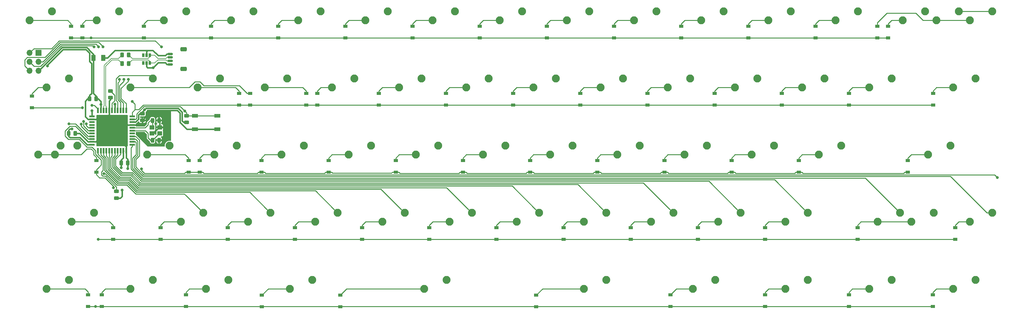
<source format=gbr>
%TF.GenerationSoftware,KiCad,Pcbnew,(6.0.6)*%
%TF.CreationDate,2022-07-22T23:56:38+02:00*%
%TF.ProjectId,bakeneko-60-pcb,62616b65-6e65-46b6-9f2d-36302d706362,rev?*%
%TF.SameCoordinates,Original*%
%TF.FileFunction,Copper,L2,Bot*%
%TF.FilePolarity,Positive*%
%FSLAX46Y46*%
G04 Gerber Fmt 4.6, Leading zero omitted, Abs format (unit mm)*
G04 Created by KiCad (PCBNEW (6.0.6)) date 2022-07-22 23:56:38*
%MOMM*%
%LPD*%
G01*
G04 APERTURE LIST*
G04 Aperture macros list*
%AMRoundRect*
0 Rectangle with rounded corners*
0 $1 Rounding radius*
0 $2 $3 $4 $5 $6 $7 $8 $9 X,Y pos of 4 corners*
0 Add a 4 corners polygon primitive as box body*
4,1,4,$2,$3,$4,$5,$6,$7,$8,$9,$2,$3,0*
0 Add four circle primitives for the rounded corners*
1,1,$1+$1,$2,$3*
1,1,$1+$1,$4,$5*
1,1,$1+$1,$6,$7*
1,1,$1+$1,$8,$9*
0 Add four rect primitives between the rounded corners*
20,1,$1+$1,$2,$3,$4,$5,0*
20,1,$1+$1,$4,$5,$6,$7,0*
20,1,$1+$1,$6,$7,$8,$9,0*
20,1,$1+$1,$8,$9,$2,$3,0*%
G04 Aperture macros list end*
%TA.AperFunction,ComponentPad*%
%ADD10C,2.250000*%
%TD*%
%TA.AperFunction,SMDPad,CuDef*%
%ADD11RoundRect,0.250000X-0.375000X-0.625000X0.375000X-0.625000X0.375000X0.625000X-0.375000X0.625000X0*%
%TD*%
%TA.AperFunction,SMDPad,CuDef*%
%ADD12RoundRect,0.150000X-0.625000X0.150000X-0.625000X-0.150000X0.625000X-0.150000X0.625000X0.150000X0*%
%TD*%
%TA.AperFunction,SMDPad,CuDef*%
%ADD13RoundRect,0.250000X-0.650000X0.350000X-0.650000X-0.350000X0.650000X-0.350000X0.650000X0.350000X0*%
%TD*%
%TA.AperFunction,ComponentPad*%
%ADD14O,1.700000X1.700000*%
%TD*%
%TA.AperFunction,ComponentPad*%
%ADD15R,1.700000X1.700000*%
%TD*%
%TA.AperFunction,SMDPad,CuDef*%
%ADD16RoundRect,0.243750X-0.243750X-0.456250X0.243750X-0.456250X0.243750X0.456250X-0.243750X0.456250X0*%
%TD*%
%TA.AperFunction,SMDPad,CuDef*%
%ADD17R,1.700000X1.000000*%
%TD*%
%TA.AperFunction,SMDPad,CuDef*%
%ADD18RoundRect,0.243750X0.243750X0.456250X-0.243750X0.456250X-0.243750X-0.456250X0.243750X-0.456250X0*%
%TD*%
%TA.AperFunction,SMDPad,CuDef*%
%ADD19R,0.550000X1.500000*%
%TD*%
%TA.AperFunction,SMDPad,CuDef*%
%ADD20R,1.500000X0.550000*%
%TD*%
%TA.AperFunction,SMDPad,CuDef*%
%ADD21R,1.400000X1.200000*%
%TD*%
%TA.AperFunction,SMDPad,CuDef*%
%ADD22RoundRect,0.243750X-0.456250X0.243750X-0.456250X-0.243750X0.456250X-0.243750X0.456250X0.243750X0*%
%TD*%
%TA.AperFunction,SMDPad,CuDef*%
%ADD23R,1.200000X0.900000*%
%TD*%
%TA.AperFunction,SMDPad,CuDef*%
%ADD24RoundRect,0.243750X0.456250X-0.243750X0.456250X0.243750X-0.456250X0.243750X-0.456250X-0.243750X0*%
%TD*%
%TA.AperFunction,SMDPad,CuDef*%
%ADD25R,0.650000X1.060000*%
%TD*%
%TA.AperFunction,ViaPad*%
%ADD26C,0.800000*%
%TD*%
%TA.AperFunction,Conductor*%
%ADD27C,0.381000*%
%TD*%
%TA.AperFunction,Conductor*%
%ADD28C,0.250000*%
%TD*%
%TA.AperFunction,Conductor*%
%ADD29C,0.200000*%
%TD*%
G04 APERTURE END LIST*
D10*
%TO.P,MX1,1,A*%
%TO.N,Net-(D1-Pad2)*%
X5190000Y-6460000D03*
%TO.P,MX1,2,B*%
%TO.N,COL0*%
X11540000Y-3920000D03*
%TD*%
%TO.P,MX2,1,A*%
%TO.N,Net-(D2-Pad2)*%
X24240000Y-6460000D03*
%TO.P,MX2,2,B*%
%TO.N,COL1*%
X30590000Y-3920000D03*
%TD*%
%TO.P,MX3,1,A*%
%TO.N,Net-(D3-Pad2)*%
X43290000Y-6460000D03*
%TO.P,MX3,2,B*%
%TO.N,COL2*%
X49640000Y-3920000D03*
%TD*%
%TO.P,MX4,1,A*%
%TO.N,Net-(D4-Pad2)*%
X62340000Y-6460000D03*
%TO.P,MX4,2,B*%
%TO.N,COL3*%
X68690000Y-3920000D03*
%TD*%
%TO.P,MX5,1,A*%
%TO.N,Net-(D5-Pad2)*%
X81390000Y-6460000D03*
%TO.P,MX5,2,B*%
%TO.N,COL4*%
X87740000Y-3920000D03*
%TD*%
%TO.P,MX6,1,A*%
%TO.N,Net-(D6-Pad2)*%
X100440000Y-6460000D03*
%TO.P,MX6,2,B*%
%TO.N,COL5*%
X106790000Y-3920000D03*
%TD*%
%TO.P,MX7,1,A*%
%TO.N,Net-(D7-Pad2)*%
X119490000Y-6460000D03*
%TO.P,MX7,2,B*%
%TO.N,COL6*%
X125840000Y-3920000D03*
%TD*%
%TO.P,MX9,1,A*%
%TO.N,Net-(D9-Pad2)*%
X157590000Y-6460000D03*
%TO.P,MX9,2,B*%
%TO.N,COL8*%
X163940000Y-3920000D03*
%TD*%
%TO.P,MX10,1,A*%
%TO.N,Net-(D10-Pad2)*%
X176640000Y-6460000D03*
%TO.P,MX10,2,B*%
%TO.N,COL9*%
X182990000Y-3920000D03*
%TD*%
%TO.P,MX11,1,A*%
%TO.N,Net-(D11-Pad2)*%
X195690000Y-6460000D03*
%TO.P,MX11,2,B*%
%TO.N,COL10*%
X202040000Y-3920000D03*
%TD*%
%TO.P,MX12,1,A*%
%TO.N,Net-(D12-Pad2)*%
X214740000Y-6460000D03*
%TO.P,MX12,2,B*%
%TO.N,COL11*%
X221090000Y-3920000D03*
%TD*%
%TO.P,MX13,1,A*%
%TO.N,Net-(D13-Pad2)*%
X233790000Y-6460000D03*
%TO.P,MX13,2,B*%
%TO.N,COL12*%
X240140000Y-3920000D03*
%TD*%
%TO.P,MX14,1,A*%
%TO.N,Net-(D14-Pad2)*%
X252840000Y-6460000D03*
%TO.P,MX14,2,B*%
%TO.N,COL13*%
X259190000Y-3920000D03*
%TD*%
%TO.P,MX16,1,A*%
%TO.N,Net-(D15-Pad2)*%
X262365000Y-6460000D03*
%TO.P,MX16,2,B*%
%TO.N,COL14*%
X268715000Y-3920000D03*
%TD*%
%TO.P,MX17,1,A*%
%TO.N,Net-(D16-Pad2)*%
X9952500Y-25510000D03*
%TO.P,MX17,2,B*%
%TO.N,COL0*%
X16302500Y-22970000D03*
%TD*%
%TO.P,MX18,1,A*%
%TO.N,Net-(D17-Pad2)*%
X33765000Y-25510000D03*
%TO.P,MX18,2,B*%
%TO.N,COL1*%
X40115000Y-22970000D03*
%TD*%
%TO.P,MX19,1,A*%
%TO.N,Net-(D18-Pad2)*%
X52815000Y-25510000D03*
%TO.P,MX19,2,B*%
%TO.N,COL2*%
X59165000Y-22970000D03*
%TD*%
%TO.P,MX20,1,A*%
%TO.N,Net-(D19-Pad2)*%
X71865000Y-25510000D03*
%TO.P,MX20,2,B*%
%TO.N,COL3*%
X78215000Y-22970000D03*
%TD*%
%TO.P,MX21,1,A*%
%TO.N,Net-(D20-Pad2)*%
X90915000Y-25510000D03*
%TO.P,MX21,2,B*%
%TO.N,COL4*%
X97265000Y-22970000D03*
%TD*%
%TO.P,MX22,1,A*%
%TO.N,Net-(D21-Pad2)*%
X109965000Y-25510000D03*
%TO.P,MX22,2,B*%
%TO.N,COL5*%
X116315000Y-22970000D03*
%TD*%
%TO.P,MX23,1,A*%
%TO.N,Net-(D22-Pad2)*%
X129015000Y-25510000D03*
%TO.P,MX23,2,B*%
%TO.N,COL6*%
X135365000Y-22970000D03*
%TD*%
%TO.P,MX24,1,A*%
%TO.N,Net-(D23-Pad2)*%
X148065000Y-25510000D03*
%TO.P,MX24,2,B*%
%TO.N,COL7*%
X154415000Y-22970000D03*
%TD*%
%TO.P,MX25,1,A*%
%TO.N,Net-(D24-Pad2)*%
X167115000Y-25510000D03*
%TO.P,MX25,2,B*%
%TO.N,COL8*%
X173465000Y-22970000D03*
%TD*%
%TO.P,MX26,1,A*%
%TO.N,Net-(D25-Pad2)*%
X186165000Y-25510000D03*
%TO.P,MX26,2,B*%
%TO.N,COL9*%
X192515000Y-22970000D03*
%TD*%
%TO.P,MX27,1,A*%
%TO.N,Net-(D26-Pad2)*%
X205215000Y-25510000D03*
%TO.P,MX27,2,B*%
%TO.N,COL10*%
X211565000Y-22970000D03*
%TD*%
%TO.P,MX28,1,A*%
%TO.N,Net-(D27-Pad2)*%
X224265000Y-25510000D03*
%TO.P,MX28,2,B*%
%TO.N,COL11*%
X230615000Y-22970000D03*
%TD*%
%TO.P,MX29,1,A*%
%TO.N,Net-(D28-Pad2)*%
X243315000Y-25510000D03*
%TO.P,MX29,2,B*%
%TO.N,COL12*%
X249665000Y-22970000D03*
%TD*%
%TO.P,MX30,1,A*%
%TO.N,Net-(D29-Pad2)*%
X267127500Y-25510000D03*
%TO.P,MX30,2,B*%
%TO.N,COL13*%
X273477500Y-22970000D03*
%TD*%
%TO.P,MX31,1,A*%
%TO.N,Net-(D30-Pad2)*%
X7571250Y-44560000D03*
%TO.P,MX31,2,B*%
%TO.N,COL0*%
X13921250Y-42020000D03*
%TD*%
%TO.P,MX32,1,A*%
%TO.N,Net-(D30-Pad2)*%
X12333750Y-44560000D03*
%TO.P,MX32,2,B*%
%TO.N,COL0*%
X18683750Y-42020000D03*
%TD*%
%TO.P,MX33,1,A*%
%TO.N,Net-(D31-Pad2)*%
X38527500Y-44560000D03*
%TO.P,MX33,2,B*%
%TO.N,COL1*%
X44877500Y-42020000D03*
%TD*%
%TO.P,MX34,1,A*%
%TO.N,Net-(D32-Pad2)*%
X57577500Y-44560000D03*
%TO.P,MX34,2,B*%
%TO.N,COL2*%
X63927500Y-42020000D03*
%TD*%
%TO.P,MX35,1,A*%
%TO.N,Net-(D33-Pad2)*%
X76627500Y-44560000D03*
%TO.P,MX35,2,B*%
%TO.N,COL3*%
X82977500Y-42020000D03*
%TD*%
%TO.P,MX36,1,A*%
%TO.N,Net-(D34-Pad2)*%
X95677500Y-44560000D03*
%TO.P,MX36,2,B*%
%TO.N,COL4*%
X102027500Y-42020000D03*
%TD*%
%TO.P,MX37,1,A*%
%TO.N,Net-(D35-Pad2)*%
X114727500Y-44560000D03*
%TO.P,MX37,2,B*%
%TO.N,COL5*%
X121077500Y-42020000D03*
%TD*%
%TO.P,MX38,1,A*%
%TO.N,Net-(D36-Pad2)*%
X133777500Y-44560000D03*
%TO.P,MX38,2,B*%
%TO.N,COL6*%
X140127500Y-42020000D03*
%TD*%
%TO.P,MX39,1,A*%
%TO.N,Net-(D37-Pad2)*%
X152827500Y-44560000D03*
%TO.P,MX39,2,B*%
%TO.N,COL7*%
X159177500Y-42020000D03*
%TD*%
%TO.P,MX40,1,A*%
%TO.N,Net-(D38-Pad2)*%
X171877500Y-44560000D03*
%TO.P,MX40,2,B*%
%TO.N,COL8*%
X178227500Y-42020000D03*
%TD*%
%TO.P,MX41,1,A*%
%TO.N,Net-(D39-Pad2)*%
X190927500Y-44560000D03*
%TO.P,MX41,2,B*%
%TO.N,COL9*%
X197277500Y-42020000D03*
%TD*%
%TO.P,MX42,1,A*%
%TO.N,Net-(D40-Pad2)*%
X209977500Y-44560000D03*
%TO.P,MX42,2,B*%
%TO.N,COL10*%
X216327500Y-42020000D03*
%TD*%
%TO.P,MX43,1,A*%
%TO.N,Net-(D41-Pad2)*%
X229027500Y-44560000D03*
%TO.P,MX43,2,B*%
%TO.N,COL11*%
X235377500Y-42020000D03*
%TD*%
%TO.P,MX44,1,A*%
%TO.N,Net-(D42-Pad2)*%
X259983750Y-44560000D03*
%TO.P,MX44,2,B*%
%TO.N,COL13*%
X266333750Y-42020000D03*
%TD*%
%TO.P,MX45,1,A*%
%TO.N,Net-(D43-Pad2)*%
X17096250Y-63610000D03*
%TO.P,MX45,2,B*%
%TO.N,COL0*%
X23446250Y-61070000D03*
%TD*%
%TO.P,MX46,1,A*%
%TO.N,Net-(D44-Pad2)*%
X48052500Y-63610000D03*
%TO.P,MX46,2,B*%
%TO.N,COL2*%
X54402500Y-61070000D03*
%TD*%
%TO.P,MX47,1,A*%
%TO.N,Net-(D45-Pad2)*%
X67102500Y-63610000D03*
%TO.P,MX47,2,B*%
%TO.N,COL3*%
X73452500Y-61070000D03*
%TD*%
%TO.P,MX48,1,A*%
%TO.N,Net-(D46-Pad2)*%
X86152500Y-63610000D03*
%TO.P,MX48,2,B*%
%TO.N,COL4*%
X92502500Y-61070000D03*
%TD*%
%TO.P,MX49,1,A*%
%TO.N,Net-(D47-Pad2)*%
X105202500Y-63610000D03*
%TO.P,MX49,2,B*%
%TO.N,COL5*%
X111552500Y-61070000D03*
%TD*%
%TO.P,MX50,1,A*%
%TO.N,Net-(D48-Pad2)*%
X124252500Y-63610000D03*
%TO.P,MX50,2,B*%
%TO.N,COL6*%
X130602500Y-61070000D03*
%TD*%
%TO.P,MX51,1,A*%
%TO.N,Net-(D49-Pad2)*%
X143302500Y-63610000D03*
%TO.P,MX51,2,B*%
%TO.N,COL7*%
X149652500Y-61070000D03*
%TD*%
%TO.P,MX52,1,A*%
%TO.N,Net-(D50-Pad2)*%
X162352500Y-63610000D03*
%TO.P,MX52,2,B*%
%TO.N,COL8*%
X168702500Y-61070000D03*
%TD*%
%TO.P,MX53,1,A*%
%TO.N,Net-(D51-Pad2)*%
X181402500Y-63610000D03*
%TO.P,MX53,2,B*%
%TO.N,COL9*%
X187752500Y-61070000D03*
%TD*%
%TO.P,MX54,1,A*%
%TO.N,Net-(D52-Pad2)*%
X200452500Y-63610000D03*
%TO.P,MX54,2,B*%
%TO.N,COL10*%
X206802500Y-61070000D03*
%TD*%
%TO.P,MX55,1,A*%
%TO.N,Net-(D53-Pad2)*%
X219502500Y-63610000D03*
%TO.P,MX55,2,B*%
%TO.N,COL11*%
X225852500Y-61070000D03*
%TD*%
%TO.P,MX56,1,A*%
%TO.N,Net-(D54-Pad2)*%
X245696250Y-63610000D03*
%TO.P,MX56,2,B*%
%TO.N,COL12*%
X252046250Y-61070000D03*
%TD*%
%TO.P,MX57,1,A*%
%TO.N,Net-(D55-Pad2)*%
X271890000Y-63610000D03*
%TO.P,MX57,2,B*%
%TO.N,COL13*%
X278240000Y-61070000D03*
%TD*%
%TO.P,MX63,1,A*%
%TO.N,Net-(D60-Pad2)*%
X193309500Y-82660000D03*
%TO.P,MX63,2,B*%
%TO.N,COL10*%
X199659500Y-80120000D03*
%TD*%
%TO.P,MX71,1,A*%
%TO.N,Net-(D61-Pad2)*%
X219502500Y-82660000D03*
%TO.P,MX71,2,B*%
%TO.N,COL11*%
X225852500Y-80120000D03*
%TD*%
%TO.P,MX8,1,A*%
%TO.N,Net-(D8-Pad2)*%
X138540000Y-6460000D03*
%TO.P,MX8,2,B*%
%TO.N,COL7*%
X144890000Y-3920000D03*
%TD*%
%TO.P,MX58,1,A*%
%TO.N,Net-(D54-Pad2)*%
X255221250Y-63610000D03*
%TO.P,MX58,2,B*%
%TO.N,COL12*%
X261571250Y-61070000D03*
%TD*%
%TO.P,MX68,1,A*%
%TO.N,Net-(D57-Pad2)*%
X33764500Y-82660000D03*
%TO.P,MX68,2,B*%
%TO.N,COL1*%
X40114500Y-80120000D03*
%TD*%
%TO.P,MX69,1,A*%
%TO.N,Net-(D58-Pad2)*%
X55195500Y-82660000D03*
%TO.P,MX69,2,B*%
%TO.N,COL2*%
X61545500Y-80120000D03*
%TD*%
%TO.P,MX70,1,A*%
%TO.N,Net-(D59-Pad2)*%
X117107500Y-82660000D03*
%TO.P,MX70,2,B*%
%TO.N,COL6*%
X123457500Y-80120000D03*
%TD*%
%TO.P,MX72,1,A*%
%TO.N,Net-(D62-Pad2)*%
X243315000Y-82660000D03*
%TO.P,MX72,2,B*%
%TO.N,COL12*%
X249665000Y-80120000D03*
%TD*%
%TO.P,MX73,1,A*%
%TO.N,Net-(D63-Pad2)*%
X267127500Y-82660000D03*
%TO.P,MX73,2,B*%
%TO.N,COL13*%
X273477500Y-80120000D03*
%TD*%
%TO.P,MX67,1,A*%
%TO.N,Net-(D56-Pad2)*%
X9952500Y-82660000D03*
%TO.P,MX67,2,B*%
%TO.N,COL0*%
X16302500Y-80120000D03*
%TD*%
%TO.P,MX15,1,A*%
%TO.N,Net-(D15-Pad2)*%
X271890000Y-6460000D03*
%TO.P,MX15,2,B*%
%TO.N,COL14*%
X278240000Y-3920000D03*
%TD*%
%TO.P,MX74,1,A*%
%TO.N,Net-(D64-Pad2)*%
X79007500Y-82660000D03*
%TO.P,MX74,2,B*%
%TO.N,COL4*%
X85357500Y-80120000D03*
%TD*%
%TO.P,MX75,1,A*%
%TO.N,Net-(MX75-Pad1)*%
X162351500Y-82660000D03*
%TO.P,MX75,2,B*%
%TO.N,COL8*%
X168701500Y-80120000D03*
%TD*%
D11*
%TO.P,F1,1*%
%TO.N,+5V*%
X23310000Y-17120000D03*
%TO.P,F1,2*%
%TO.N,VBUS*%
X26110000Y-17120000D03*
%TD*%
D12*
%TO.P,J1,1,Pin_1*%
%TO.N,VBUS*%
X45000000Y-16000000D03*
%TO.P,J1,2,Pin_2*%
%TO.N,D-*%
X45000000Y-17000000D03*
%TO.P,J1,3,Pin_3*%
%TO.N,D+*%
X45000000Y-18000000D03*
%TO.P,J1,4,Pin_4*%
%TO.N,GND*%
X45000000Y-19000000D03*
D13*
%TO.P,J1,MP*%
%TO.N,N/C*%
X48875000Y-14700000D03*
X48875000Y-20300000D03*
%TD*%
D14*
%TO.P,J2,1,MISO*%
%TO.N,MISO*%
X5190000Y-20807501D03*
%TO.P,J2,2,VCC*%
%TO.N,+5V*%
X7730000Y-20807501D03*
%TO.P,J2,3,SCK*%
%TO.N,SCK*%
X5190000Y-18267501D03*
%TO.P,J2,4,MOSI*%
%TO.N,MOSI*%
X7730000Y-18267501D03*
%TO.P,J2,5,~{RST}*%
%TO.N,RST*%
X5190000Y-15727501D03*
D15*
%TO.P,J2,6,GND*%
%TO.N,GND*%
X7730000Y-15727501D03*
%TD*%
D16*
%TO.P,R1,1*%
%TO.N,/MCU_D+*%
X31402500Y-18750000D03*
%TO.P,R1,2*%
%TO.N,D+*%
X33277500Y-18750000D03*
%TD*%
%TO.P,R2,1*%
%TO.N,/MCU_D-*%
X31402500Y-16250000D03*
%TO.P,R2,2*%
%TO.N,D-*%
X33277500Y-16250000D03*
%TD*%
D17*
%TO.P,SW1,1,1*%
%TO.N,GND*%
X58393750Y-37385000D03*
X52093750Y-37385000D03*
%TO.P,SW1,2,2*%
%TO.N,RST*%
X52093750Y-33585000D03*
X58393750Y-33585000D03*
%TD*%
D18*
%TO.P,C5,1*%
%TO.N,GND*%
X41897500Y-34870000D03*
%TO.P,C5,2*%
%TO.N,XTAL2*%
X40022500Y-34870000D03*
%TD*%
%TO.P,C4,1*%
%TO.N,+5V*%
X24061250Y-28750000D03*
%TO.P,C4,2*%
%TO.N,GND*%
X22186250Y-28750000D03*
%TD*%
D16*
%TO.P,C3,1*%
%TO.N,+5V*%
X31122500Y-46910000D03*
%TO.P,C3,2*%
%TO.N,GND*%
X32997500Y-46910000D03*
%TD*%
D19*
%TO.P,U2,1,PE6*%
%TO.N,ROW0*%
X24553750Y-32058750D03*
%TO.P,U2,2,UVCC*%
%TO.N,+5V*%
X25353750Y-32058750D03*
%TO.P,U2,3,D-*%
%TO.N,/MCU_D-*%
X26153750Y-32058750D03*
%TO.P,U2,4,D+*%
%TO.N,/MCU_D+*%
X26953750Y-32058750D03*
%TO.P,U2,5,UGND*%
%TO.N,GND*%
X27753750Y-32058750D03*
%TO.P,U2,6,UCAP*%
%TO.N,Net-(C6-Pad1)*%
X28553750Y-32058750D03*
%TO.P,U2,7,VBUS*%
%TO.N,+5V*%
X29353750Y-32058750D03*
%TO.P,U2,8,PB0*%
%TO.N,COL1*%
X30153750Y-32058750D03*
%TO.P,U2,9,PB1*%
%TO.N,SCK*%
X30953750Y-32058750D03*
%TO.P,U2,10,PB2*%
%TO.N,MOSI*%
X31753750Y-32058750D03*
%TO.P,U2,11,PB3*%
%TO.N,MISO*%
X32553750Y-32058750D03*
D20*
%TO.P,U2,12,PB7*%
%TO.N,ROW1*%
X34253750Y-33758750D03*
%TO.P,U2,13,~{RESET}*%
%TO.N,RST*%
X34253750Y-34558750D03*
%TO.P,U2,14,VCC*%
%TO.N,+5V*%
X34253750Y-35358750D03*
%TO.P,U2,15,GND*%
%TO.N,GND*%
X34253750Y-36158750D03*
%TO.P,U2,16,XTAL2*%
%TO.N,XTAL2*%
X34253750Y-36958750D03*
%TO.P,U2,17,XTAL1*%
%TO.N,XTAL1*%
X34253750Y-37758750D03*
%TO.P,U2,18,PD0*%
%TO.N,unconnected-(U2-Pad18)*%
X34253750Y-38558750D03*
%TO.P,U2,19,PD1*%
%TO.N,COL14*%
X34253750Y-39358750D03*
%TO.P,U2,20,PD2*%
%TO.N,COL13*%
X34253750Y-40158750D03*
%TO.P,U2,21,PD3*%
%TO.N,COL12*%
X34253750Y-40958750D03*
%TO.P,U2,22,PD5*%
%TO.N,COL11*%
X34253750Y-41758750D03*
D19*
%TO.P,U2,23,GND*%
%TO.N,GND*%
X32553750Y-43458750D03*
%TO.P,U2,24,AVCC*%
%TO.N,+5V*%
X31753750Y-43458750D03*
%TO.P,U2,25,PD4*%
%TO.N,COL10*%
X30953750Y-43458750D03*
%TO.P,U2,26,PD6*%
%TO.N,COL9*%
X30153750Y-43458750D03*
%TO.P,U2,27,PD7*%
%TO.N,COL8*%
X29353750Y-43458750D03*
%TO.P,U2,28,PB4*%
%TO.N,COL7*%
X28553750Y-43458750D03*
%TO.P,U2,29,PB5*%
%TO.N,COL6*%
X27753750Y-43458750D03*
%TO.P,U2,30,PB6*%
%TO.N,COL5*%
X26953750Y-43458750D03*
%TO.P,U2,31,PC6*%
%TO.N,COL4*%
X26153750Y-43458750D03*
%TO.P,U2,32,PC7*%
%TO.N,COL3*%
X25353750Y-43458750D03*
%TO.P,U2,33,~{HWB}/PE2*%
%TO.N,Net-(R3-Pad2)*%
X24553750Y-43458750D03*
D20*
%TO.P,U2,34,VCC*%
%TO.N,+5V*%
X22853750Y-41758750D03*
%TO.P,U2,35,GND*%
%TO.N,GND*%
X22853750Y-40958750D03*
%TO.P,U2,36,PF7*%
%TO.N,ROW2*%
X22853750Y-40158750D03*
%TO.P,U2,37,PF6*%
%TO.N,COL0*%
X22853750Y-39358750D03*
%TO.P,U2,38,PF5*%
%TO.N,ROW4*%
X22853750Y-38558750D03*
%TO.P,U2,39,PF4*%
%TO.N,ROW3*%
X22853750Y-37758750D03*
%TO.P,U2,40,PF1*%
%TO.N,COL2*%
X22853750Y-36958750D03*
%TO.P,U2,41,PF0*%
%TO.N,unconnected-(U2-Pad41)*%
X22853750Y-36158750D03*
%TO.P,U2,42,AREF*%
%TO.N,unconnected-(U2-Pad42)*%
X22853750Y-35358750D03*
%TO.P,U2,43,GND*%
%TO.N,GND*%
X22853750Y-34558750D03*
%TO.P,U2,44,AVCC*%
%TO.N,+5V*%
X22853750Y-33758750D03*
%TD*%
D21*
%TO.P,Y1,1,1*%
%TO.N,XTAL1*%
X42060000Y-38520000D03*
%TO.P,Y1,2,2*%
%TO.N,GND*%
X39860000Y-38520000D03*
%TO.P,Y1,3,3*%
%TO.N,XTAL2*%
X39860000Y-36820000D03*
%TO.P,Y1,4,4*%
%TO.N,GND*%
X42060000Y-36820000D03*
%TD*%
D22*
%TO.P,C1,1*%
%TO.N,+5V*%
X37160000Y-32982500D03*
%TO.P,C1,2*%
%TO.N,GND*%
X37160000Y-34857500D03*
%TD*%
%TO.P,R4,1*%
%TO.N,RST*%
X49710000Y-33582500D03*
%TO.P,R4,2*%
%TO.N,+5V*%
X49710000Y-35457500D03*
%TD*%
D23*
%TO.P,D1,1,K*%
%TO.N,ROW0*%
X16937500Y-11443750D03*
%TO.P,D1,2,A*%
%TO.N,Net-(D1-Pad2)*%
X16937500Y-8143750D03*
%TD*%
%TO.P,D2,1,K*%
%TO.N,ROW0*%
X20112500Y-11443750D03*
%TO.P,D2,2,A*%
%TO.N,Net-(D2-Pad2)*%
X20112500Y-8143750D03*
%TD*%
%TO.P,D3,1,K*%
%TO.N,ROW0*%
X37575000Y-11443750D03*
%TO.P,D3,2,A*%
%TO.N,Net-(D3-Pad2)*%
X37575000Y-8143750D03*
%TD*%
%TO.P,D4,1,K*%
%TO.N,ROW0*%
X56625000Y-11443750D03*
%TO.P,D4,2,A*%
%TO.N,Net-(D4-Pad2)*%
X56625000Y-8143750D03*
%TD*%
%TO.P,D5,1,K*%
%TO.N,ROW0*%
X75675000Y-11443750D03*
%TO.P,D5,2,A*%
%TO.N,Net-(D5-Pad2)*%
X75675000Y-8143750D03*
%TD*%
%TO.P,D6,1,K*%
%TO.N,ROW0*%
X94725000Y-11443750D03*
%TO.P,D6,2,A*%
%TO.N,Net-(D6-Pad2)*%
X94725000Y-8143750D03*
%TD*%
%TO.P,D7,1,K*%
%TO.N,ROW0*%
X113775000Y-11443750D03*
%TO.P,D7,2,A*%
%TO.N,Net-(D7-Pad2)*%
X113775000Y-8143750D03*
%TD*%
%TO.P,D8,1,K*%
%TO.N,ROW0*%
X132825000Y-11443750D03*
%TO.P,D8,2,A*%
%TO.N,Net-(D8-Pad2)*%
X132825000Y-8143750D03*
%TD*%
%TO.P,D9,1,K*%
%TO.N,ROW0*%
X151875000Y-11443750D03*
%TO.P,D9,2,A*%
%TO.N,Net-(D9-Pad2)*%
X151875000Y-8143750D03*
%TD*%
%TO.P,D10,1,K*%
%TO.N,ROW0*%
X170925000Y-11443750D03*
%TO.P,D10,2,A*%
%TO.N,Net-(D10-Pad2)*%
X170925000Y-8143750D03*
%TD*%
%TO.P,D11,1,K*%
%TO.N,ROW0*%
X189975000Y-11443750D03*
%TO.P,D11,2,A*%
%TO.N,Net-(D11-Pad2)*%
X189975000Y-8143750D03*
%TD*%
%TO.P,D12,1,K*%
%TO.N,ROW0*%
X209025000Y-11443750D03*
%TO.P,D12,2,A*%
%TO.N,Net-(D12-Pad2)*%
X209025000Y-8143750D03*
%TD*%
%TO.P,D14,1,K*%
%TO.N,ROW0*%
X248655000Y-11443750D03*
%TO.P,D14,2,A*%
%TO.N,Net-(D14-Pad2)*%
X248655000Y-8143750D03*
%TD*%
%TO.P,D15,1,K*%
%TO.N,ROW0*%
X245585000Y-11443750D03*
%TO.P,D15,2,A*%
%TO.N,Net-(D15-Pad2)*%
X245585000Y-8143750D03*
%TD*%
%TO.P,D16,1,K*%
%TO.N,ROW1*%
X5825000Y-31287500D03*
%TO.P,D16,2,A*%
%TO.N,Net-(D16-Pad2)*%
X5825000Y-27987500D03*
%TD*%
%TO.P,D17,1,K*%
%TO.N,ROW1*%
X67737500Y-30493750D03*
%TO.P,D17,2,A*%
%TO.N,Net-(D17-Pad2)*%
X67737500Y-27193750D03*
%TD*%
%TO.P,D18,1,K*%
%TO.N,ROW1*%
X64562500Y-30493750D03*
%TO.P,D18,2,A*%
%TO.N,Net-(D18-Pad2)*%
X64562500Y-27193750D03*
%TD*%
%TO.P,D19,1,K*%
%TO.N,ROW1*%
X83612500Y-30493750D03*
%TO.P,D19,2,A*%
%TO.N,Net-(D19-Pad2)*%
X83612500Y-27193750D03*
%TD*%
%TO.P,D20,1,K*%
%TO.N,ROW1*%
X86787500Y-30493750D03*
%TO.P,D20,2,A*%
%TO.N,Net-(D20-Pad2)*%
X86787500Y-27193750D03*
%TD*%
%TO.P,D21,1,K*%
%TO.N,ROW1*%
X104250000Y-30493750D03*
%TO.P,D21,2,A*%
%TO.N,Net-(D21-Pad2)*%
X104250000Y-27193750D03*
%TD*%
%TO.P,D22,1,K*%
%TO.N,ROW1*%
X123300000Y-30493750D03*
%TO.P,D22,2,A*%
%TO.N,Net-(D22-Pad2)*%
X123300000Y-27193750D03*
%TD*%
%TO.P,D23,1,K*%
%TO.N,ROW1*%
X142350000Y-30493750D03*
%TO.P,D23,2,A*%
%TO.N,Net-(D23-Pad2)*%
X142350000Y-27193750D03*
%TD*%
%TO.P,D24,1,K*%
%TO.N,ROW1*%
X161400000Y-30493750D03*
%TO.P,D24,2,A*%
%TO.N,Net-(D24-Pad2)*%
X161400000Y-27193750D03*
%TD*%
%TO.P,D25,1,K*%
%TO.N,ROW1*%
X180450000Y-30493750D03*
%TO.P,D25,2,A*%
%TO.N,Net-(D25-Pad2)*%
X180450000Y-27193750D03*
%TD*%
%TO.P,D26,1,K*%
%TO.N,ROW1*%
X199500000Y-30493750D03*
%TO.P,D26,2,A*%
%TO.N,Net-(D26-Pad2)*%
X199500000Y-27193750D03*
%TD*%
%TO.P,D27,1,K*%
%TO.N,ROW1*%
X218550000Y-30493750D03*
%TO.P,D27,2,A*%
%TO.N,Net-(D27-Pad2)*%
X218550000Y-27193750D03*
%TD*%
%TO.P,D28,1,K*%
%TO.N,ROW1*%
X237600000Y-30493750D03*
%TO.P,D28,2,A*%
%TO.N,Net-(D28-Pad2)*%
X237600000Y-27193750D03*
%TD*%
%TO.P,D29,1,K*%
%TO.N,ROW1*%
X261412500Y-30493750D03*
%TO.P,D29,2,A*%
%TO.N,Net-(D29-Pad2)*%
X261412500Y-27193750D03*
%TD*%
%TO.P,D30,1,K*%
%TO.N,ROW2*%
X24081250Y-49543750D03*
%TO.P,D30,2,A*%
%TO.N,Net-(D30-Pad2)*%
X24081250Y-46243750D03*
%TD*%
%TO.P,D31,1,K*%
%TO.N,ROW2*%
X50275000Y-49543750D03*
%TO.P,D31,2,A*%
%TO.N,Net-(D31-Pad2)*%
X50275000Y-46243750D03*
%TD*%
%TO.P,D32,1,K*%
%TO.N,ROW2*%
X53450000Y-49543750D03*
%TO.P,D32,2,A*%
%TO.N,Net-(D32-Pad2)*%
X53450000Y-46243750D03*
%TD*%
%TO.P,D33,1,K*%
%TO.N,ROW2*%
X70912500Y-49543750D03*
%TO.P,D33,2,A*%
%TO.N,Net-(D33-Pad2)*%
X70912500Y-46243750D03*
%TD*%
%TO.P,D35,1,K*%
%TO.N,ROW2*%
X109012500Y-49543750D03*
%TO.P,D35,2,A*%
%TO.N,Net-(D35-Pad2)*%
X109012500Y-46243750D03*
%TD*%
%TO.P,D36,1,K*%
%TO.N,ROW2*%
X128062500Y-49543750D03*
%TO.P,D36,2,A*%
%TO.N,Net-(D36-Pad2)*%
X128062500Y-46243750D03*
%TD*%
%TO.P,D37,1,K*%
%TO.N,ROW2*%
X147112500Y-49543750D03*
%TO.P,D37,2,A*%
%TO.N,Net-(D37-Pad2)*%
X147112500Y-46243750D03*
%TD*%
%TO.P,D38,1,K*%
%TO.N,ROW2*%
X166162500Y-49543750D03*
%TO.P,D38,2,A*%
%TO.N,Net-(D38-Pad2)*%
X166162500Y-46243750D03*
%TD*%
%TO.P,D39,1,K*%
%TO.N,ROW2*%
X185212500Y-49543750D03*
%TO.P,D39,2,A*%
%TO.N,Net-(D39-Pad2)*%
X185212500Y-46243750D03*
%TD*%
%TO.P,D40,1,K*%
%TO.N,ROW2*%
X204262500Y-49543750D03*
%TO.P,D40,2,A*%
%TO.N,Net-(D40-Pad2)*%
X204262500Y-46243750D03*
%TD*%
%TO.P,D41,1,K*%
%TO.N,ROW2*%
X223312500Y-49543750D03*
%TO.P,D41,2,A*%
%TO.N,Net-(D41-Pad2)*%
X223312500Y-46243750D03*
%TD*%
%TO.P,D42,1,K*%
%TO.N,ROW2*%
X254268750Y-49543750D03*
%TO.P,D42,2,A*%
%TO.N,Net-(D42-Pad2)*%
X254268750Y-46243750D03*
%TD*%
%TO.P,D43,1,K*%
%TO.N,ROW3*%
X28843750Y-68593750D03*
%TO.P,D43,2,A*%
%TO.N,Net-(D43-Pad2)*%
X28843750Y-65293750D03*
%TD*%
%TO.P,D44,1,K*%
%TO.N,ROW3*%
X42337500Y-68593750D03*
%TO.P,D44,2,A*%
%TO.N,Net-(D44-Pad2)*%
X42337500Y-65293750D03*
%TD*%
%TO.P,D45,1,K*%
%TO.N,ROW3*%
X61387500Y-68593750D03*
%TO.P,D45,2,A*%
%TO.N,Net-(D45-Pad2)*%
X61387500Y-65293750D03*
%TD*%
%TO.P,D46,1,K*%
%TO.N,ROW3*%
X80437500Y-68593750D03*
%TO.P,D46,2,A*%
%TO.N,Net-(D46-Pad2)*%
X80437500Y-65293750D03*
%TD*%
%TO.P,D47,1,K*%
%TO.N,ROW3*%
X99487500Y-68593750D03*
%TO.P,D47,2,A*%
%TO.N,Net-(D47-Pad2)*%
X99487500Y-65293750D03*
%TD*%
%TO.P,D48,1,K*%
%TO.N,ROW3*%
X118537500Y-68593750D03*
%TO.P,D48,2,A*%
%TO.N,Net-(D48-Pad2)*%
X118537500Y-65293750D03*
%TD*%
%TO.P,D49,1,K*%
%TO.N,ROW3*%
X137587500Y-68593750D03*
%TO.P,D49,2,A*%
%TO.N,Net-(D49-Pad2)*%
X137587500Y-65293750D03*
%TD*%
%TO.P,D50,1,K*%
%TO.N,ROW3*%
X156637500Y-68593750D03*
%TO.P,D50,2,A*%
%TO.N,Net-(D50-Pad2)*%
X156637500Y-65293750D03*
%TD*%
%TO.P,D51,1,K*%
%TO.N,ROW3*%
X175687500Y-68593750D03*
%TO.P,D51,2,A*%
%TO.N,Net-(D51-Pad2)*%
X175687500Y-65293750D03*
%TD*%
%TO.P,D52,1,K*%
%TO.N,ROW3*%
X194737500Y-68593750D03*
%TO.P,D52,2,A*%
%TO.N,Net-(D52-Pad2)*%
X194737500Y-65293750D03*
%TD*%
%TO.P,D53,1,K*%
%TO.N,ROW3*%
X213787500Y-68593750D03*
%TO.P,D53,2,A*%
%TO.N,Net-(D53-Pad2)*%
X213787500Y-65293750D03*
%TD*%
%TO.P,D54,1,K*%
%TO.N,ROW3*%
X239981250Y-68593750D03*
%TO.P,D54,2,A*%
%TO.N,Net-(D54-Pad2)*%
X239981250Y-65293750D03*
%TD*%
%TO.P,D55,1,K*%
%TO.N,ROW3*%
X267715000Y-68593750D03*
%TO.P,D55,2,A*%
%TO.N,Net-(D55-Pad2)*%
X267715000Y-65293750D03*
%TD*%
%TO.P,D56,1,K*%
%TO.N,ROW4*%
X21747500Y-87643750D03*
%TO.P,D56,2,A*%
%TO.N,Net-(D56-Pad2)*%
X21747500Y-84343750D03*
%TD*%
%TO.P,D57,1,K*%
%TO.N,ROW4*%
X25668750Y-87643750D03*
%TO.P,D57,2,A*%
%TO.N,Net-(D57-Pad2)*%
X25668750Y-84343750D03*
%TD*%
%TO.P,D58,1,K*%
%TO.N,ROW4*%
X49481250Y-87643750D03*
%TO.P,D58,2,A*%
%TO.N,Net-(D58-Pad2)*%
X49481250Y-84343750D03*
%TD*%
%TO.P,D59,1,K*%
%TO.N,ROW4*%
X93275000Y-87781250D03*
%TO.P,D59,2,A*%
%TO.N,Net-(D59-Pad2)*%
X93275000Y-84481250D03*
%TD*%
%TO.P,D61,1,K*%
%TO.N,ROW4*%
X213787500Y-87643750D03*
%TO.P,D61,2,A*%
%TO.N,Net-(D61-Pad2)*%
X213787500Y-84343750D03*
%TD*%
%TO.P,D62,1,K*%
%TO.N,ROW4*%
X237550000Y-87643750D03*
%TO.P,D62,2,A*%
%TO.N,Net-(D62-Pad2)*%
X237550000Y-84343750D03*
%TD*%
%TO.P,D63,1,K*%
%TO.N,ROW4*%
X261362500Y-87643750D03*
%TO.P,D63,2,A*%
%TO.N,Net-(D63-Pad2)*%
X261362500Y-84343750D03*
%TD*%
%TO.P,D13,1,K*%
%TO.N,ROW0*%
X228075000Y-11443750D03*
%TO.P,D13,2,A*%
%TO.N,Net-(D13-Pad2)*%
X228075000Y-8143750D03*
%TD*%
D22*
%TO.P,C6,1*%
%TO.N,Net-(C6-Pad1)*%
X28120000Y-26532500D03*
%TO.P,C6,2*%
%TO.N,GND*%
X28120000Y-28407500D03*
%TD*%
D18*
%TO.P,C7,1*%
%TO.N,GND*%
X41897500Y-40470000D03*
%TO.P,C7,2*%
%TO.N,XTAL1*%
X40022500Y-40470000D03*
%TD*%
D24*
%TO.P,R3,1*%
%TO.N,GND*%
X29823750Y-56887500D03*
%TO.P,R3,2*%
%TO.N,Net-(R3-Pad2)*%
X29823750Y-55012500D03*
%TD*%
D23*
%TO.P,D34,1,K*%
%TO.N,ROW2*%
X89962500Y-49543750D03*
%TO.P,D34,2,A*%
%TO.N,Net-(D34-Pad2)*%
X89962500Y-46243750D03*
%TD*%
%TO.P,D60,1,K*%
%TO.N,ROW4*%
X186937500Y-87643750D03*
%TO.P,D60,2,A*%
%TO.N,Net-(D60-Pad2)*%
X186937500Y-84343750D03*
%TD*%
D16*
%TO.P,C2,1*%
%TO.N,+5V*%
X16236250Y-38558750D03*
%TO.P,C2,2*%
%TO.N,GND*%
X18111250Y-38558750D03*
%TD*%
D25*
%TO.P,U1,1,IO1*%
%TO.N,D+*%
X39273750Y-18600000D03*
%TO.P,U1,2,VN*%
%TO.N,GND*%
X38323750Y-18600000D03*
%TO.P,U1,3,IO2*%
%TO.N,unconnected-(U1-Pad3)*%
X37373750Y-18600000D03*
%TO.P,U1,4,IO3*%
%TO.N,unconnected-(U1-Pad4)*%
X37373750Y-16400000D03*
%TO.P,U1,5,VP*%
%TO.N,VBUS*%
X38323750Y-16400000D03*
%TO.P,U1,6,IO4*%
%TO.N,D-*%
X39273750Y-16400000D03*
%TD*%
D23*
%TO.P,D65,1,K*%
%TO.N,ROW4*%
X148837500Y-87781250D03*
%TO.P,D65,2,A*%
%TO.N,Net-(MX75-Pad1)*%
X148837500Y-84481250D03*
%TD*%
%TO.P,D64,1,K*%
%TO.N,ROW4*%
X71050000Y-87781250D03*
%TO.P,D64,2,A*%
%TO.N,Net-(D64-Pad2)*%
X71050000Y-84481250D03*
%TD*%
D26*
%TO.N,GND*%
X40233750Y-19920000D03*
X31413750Y-54630000D03*
X40887500Y-33060000D03*
X32997500Y-48576250D03*
X10251485Y-19431484D03*
%TO.N,ROW0*%
X22893750Y-30565000D03*
X22603750Y-11443750D03*
%TO.N,ROW1*%
X34250000Y-29460000D03*
X20160000Y-31290000D03*
%TO.N,ROW2*%
X36883750Y-48590000D03*
X28943750Y-53970000D03*
%TO.N,ROW3*%
X24621260Y-68590000D03*
X20511781Y-35178113D03*
%TO.N,ROW4*%
X23887500Y-87643750D03*
X19783769Y-35913254D03*
%TO.N,MOSI*%
X31902295Y-23252418D03*
X24710000Y-14020002D03*
%TO.N,SCK*%
X23460000Y-14020002D03*
X30652295Y-23252418D03*
%TO.N,MISO*%
X33152295Y-23252418D03*
X25960000Y-14020002D03*
%TO.N,COL0*%
X16302500Y-35811250D03*
%TO.N,COL2*%
X26248750Y-49950000D03*
X21233770Y-35870020D03*
%TO.N,COL14*%
X279643750Y-51053125D03*
%TO.N,+5V*%
X31120000Y-48260000D03*
X17164520Y-37255480D03*
X25353750Y-30306250D03*
X22854251Y-32080501D03*
X29360000Y-30295000D03*
X37779382Y-31859382D03*
%TO.N,RST*%
X49204145Y-32239605D03*
X42553750Y-14020002D03*
%TD*%
D27*
%TO.N,GND*%
X43630000Y-37309000D02*
X43630000Y-39950000D01*
X10260000Y-19422969D02*
X10260000Y-19126705D01*
X34253750Y-36158750D02*
X36871250Y-36158750D01*
X20958991Y-29389759D02*
X20958991Y-30424759D01*
X27753750Y-29361250D02*
X27753750Y-30046250D01*
X20958991Y-33794991D02*
X21722750Y-34558750D01*
X20958991Y-30424759D02*
X20958991Y-33794991D01*
X22728990Y-18705240D02*
X22728990Y-27190000D01*
X58393750Y-37385000D02*
X52093750Y-37385000D01*
X40233750Y-19920000D02*
X41638240Y-18515510D01*
X47828990Y-32810662D02*
X47828990Y-35458990D01*
X32553750Y-43458750D02*
X32553750Y-42327750D01*
X26384750Y-34558750D02*
X27753750Y-33189750D01*
X10260000Y-19126705D02*
X14606705Y-14780000D01*
X49755000Y-37385000D02*
X47828990Y-35458990D01*
X28120000Y-28407500D02*
X28120000Y-28995000D01*
X39860000Y-38520000D02*
X40162902Y-38520000D01*
X26384750Y-38475250D02*
X26384750Y-34558750D01*
X28701250Y-38475250D02*
X26384750Y-38475250D01*
X22186250Y-28750000D02*
X22186250Y-27722740D01*
X32553750Y-45483750D02*
X32553750Y-44963750D01*
X41897500Y-32050000D02*
X47068328Y-32050000D01*
X40887500Y-33060000D02*
X38957500Y-33060000D01*
X30936250Y-56887500D02*
X31413750Y-56410000D01*
X31413750Y-56410000D02*
X31413750Y-54630000D01*
X41862902Y-36820000D02*
X42060000Y-36820000D01*
X38323750Y-18700000D02*
X38323750Y-19620000D01*
X21722750Y-34558750D02*
X22853750Y-34558750D01*
X43110000Y-40470000D02*
X41897500Y-40470000D01*
X22153750Y-15785422D02*
X22153750Y-18130000D01*
X26384750Y-38558750D02*
X26384750Y-38475250D01*
X43630000Y-39950000D02*
X43110000Y-40470000D01*
X34253750Y-36158750D02*
X31017750Y-36158750D01*
X10251485Y-19431484D02*
X10260000Y-19422969D01*
X22153750Y-18130000D02*
X22728990Y-18705240D01*
X21598750Y-28750000D02*
X20958991Y-29389759D01*
X19378750Y-38558750D02*
X21778750Y-40958750D01*
X18111250Y-38558750D02*
X19078750Y-38558750D01*
X28120000Y-28995000D02*
X27753750Y-29361250D01*
X43141000Y-36820000D02*
X42060000Y-36820000D01*
X41897500Y-34870000D02*
X41897500Y-34070000D01*
X22186250Y-27732740D02*
X22186250Y-28750000D01*
X31017750Y-36158750D02*
X28701250Y-38475250D01*
X21778750Y-40958750D02*
X22853750Y-40958750D01*
X22728990Y-27190000D02*
X22186250Y-27732740D01*
X47068328Y-32050000D02*
X47828990Y-32810662D01*
X32553750Y-42327750D02*
X28701250Y-38475250D01*
X27753750Y-33189750D02*
X27753750Y-32058750D01*
X41638240Y-18515510D02*
X43640510Y-18515510D01*
X29823750Y-56887500D02*
X30936250Y-56887500D01*
X32997500Y-45927500D02*
X32553750Y-45483750D01*
X22853750Y-34558750D02*
X26384750Y-34558750D01*
X14606705Y-14780000D02*
X21148328Y-14780000D01*
X41897500Y-34070000D02*
X40887500Y-33060000D01*
X37160000Y-35870000D02*
X37160000Y-34857500D01*
X43640510Y-18515510D02*
X44125000Y-19000000D01*
X38323750Y-19620000D02*
X38623750Y-19920000D01*
X38623750Y-19920000D02*
X40233750Y-19920000D01*
X52093750Y-37385000D02*
X49755000Y-37385000D01*
X42060000Y-36820000D02*
X42060000Y-35032500D01*
X27753750Y-32058750D02*
X27753750Y-30046250D01*
X22853750Y-40958750D02*
X23984750Y-40958750D01*
X32553750Y-43458750D02*
X32553750Y-44963750D01*
X21148328Y-14780000D02*
X22153750Y-15785422D01*
X40162902Y-38520000D02*
X41862902Y-36820000D01*
X42060000Y-35032500D02*
X41897500Y-34870000D01*
X32997500Y-46910000D02*
X32997500Y-45927500D01*
X40887500Y-33060000D02*
X41897500Y-32050000D01*
X43141000Y-36820000D02*
X43630000Y-37309000D01*
X36871250Y-36158750D02*
X37160000Y-35870000D01*
X22186250Y-28750000D02*
X21598750Y-28750000D01*
X19078750Y-38558750D02*
X19378750Y-38558750D01*
X23984750Y-40958750D02*
X26384750Y-38558750D01*
X44225000Y-19000000D02*
X45100000Y-19000000D01*
X37160000Y-34857500D02*
X38957500Y-33060000D01*
X32997500Y-46910000D02*
X32997500Y-48576250D01*
D28*
%TO.N,XTAL2*%
X40022500Y-34870000D02*
X40022500Y-36657500D01*
X38811250Y-36081250D02*
X37933750Y-36958750D01*
X40022500Y-36657500D02*
X39860000Y-36820000D01*
X40022500Y-34870000D02*
X39435000Y-34870000D01*
X39435000Y-34870000D02*
X38811250Y-35493750D01*
X37933750Y-36958750D02*
X37751250Y-36958750D01*
X38811250Y-35493750D02*
X38811250Y-36081250D01*
X37751250Y-36958750D02*
X34253750Y-36958750D01*
%TO.N,XTAL1*%
X40022500Y-40470000D02*
X41972500Y-38520000D01*
X39435000Y-40470000D02*
X38790000Y-39825000D01*
X38790000Y-39825000D02*
X38790000Y-38560000D01*
X34253750Y-37758750D02*
X37988750Y-37758750D01*
X41972500Y-38520000D02*
X42060000Y-38520000D01*
X38790000Y-38560000D02*
X37988750Y-37758750D01*
X40022500Y-40470000D02*
X39435000Y-40470000D01*
%TO.N,Net-(D1-Pad2)*%
X15953750Y-6460000D02*
X16937500Y-7443750D01*
X16937500Y-7443750D02*
X16937500Y-8143750D01*
X5190000Y-6460000D02*
X15953750Y-6460000D01*
%TO.N,ROW0*%
X20271250Y-11443750D02*
X22038065Y-11443750D01*
X23535000Y-30565000D02*
X22893750Y-30565000D01*
X248643750Y-11443750D02*
X23169435Y-11443750D01*
X23169435Y-11443750D02*
X22603750Y-11443750D01*
X16937500Y-11443750D02*
X22603750Y-11443750D01*
X24553750Y-32058750D02*
X24553750Y-31583750D01*
X22038065Y-11443750D02*
X22603750Y-11443750D01*
X24553750Y-31583750D02*
X23535000Y-30565000D01*
%TO.N,Net-(D2-Pad2)*%
X21096250Y-6460000D02*
X20112500Y-7443750D01*
X24240000Y-6460000D02*
X21096250Y-6460000D01*
X20112500Y-7443750D02*
X20112500Y-8143750D01*
%TO.N,Net-(D3-Pad2)*%
X43290000Y-6460000D02*
X38558750Y-6460000D01*
X37575000Y-7443750D02*
X37575000Y-8143750D01*
X38558750Y-6460000D02*
X37575000Y-7443750D01*
%TO.N,Net-(D4-Pad2)*%
X57608750Y-6460000D02*
X60749010Y-6460000D01*
X56625000Y-8143750D02*
X56625000Y-7443750D01*
X56625000Y-7443750D02*
X57608750Y-6460000D01*
X60749010Y-6460000D02*
X62340000Y-6460000D01*
%TO.N,Net-(D5-Pad2)*%
X75675000Y-7443750D02*
X75675000Y-8143750D01*
X81390000Y-6460000D02*
X76658750Y-6460000D01*
X76658750Y-6460000D02*
X75675000Y-7443750D01*
%TO.N,Net-(D6-Pad2)*%
X95708750Y-6460000D02*
X94725000Y-7443750D01*
X100440000Y-6460000D02*
X95708750Y-6460000D01*
X94725000Y-7443750D02*
X94725000Y-8143750D01*
%TO.N,Net-(D7-Pad2)*%
X119490000Y-6460000D02*
X114758750Y-6460000D01*
X114758750Y-6460000D02*
X113775000Y-7443750D01*
X113775000Y-7443750D02*
X113775000Y-8143750D01*
%TO.N,Net-(D8-Pad2)*%
X138540000Y-6460000D02*
X133808750Y-6460000D01*
X133808750Y-6460000D02*
X132825000Y-7443750D01*
X132825000Y-7443750D02*
X132825000Y-8143750D01*
%TO.N,Net-(D9-Pad2)*%
X157590000Y-6460000D02*
X152858750Y-6460000D01*
X151875000Y-7443750D02*
X151875000Y-8143750D01*
X152858750Y-6460000D02*
X151875000Y-7443750D01*
%TO.N,Net-(D10-Pad2)*%
X176640000Y-6460000D02*
X171908750Y-6460000D01*
X171908750Y-6460000D02*
X170925000Y-7443750D01*
X170925000Y-7443750D02*
X170925000Y-8143750D01*
%TO.N,Net-(D11-Pad2)*%
X190958750Y-6460000D02*
X189975000Y-7443750D01*
X189975000Y-7443750D02*
X189975000Y-8143750D01*
X195690000Y-6460000D02*
X190958750Y-6460000D01*
%TO.N,Net-(D12-Pad2)*%
X210008750Y-6460000D02*
X209025000Y-7443750D01*
X209025000Y-7443750D02*
X209025000Y-8143750D01*
X214740000Y-6460000D02*
X210008750Y-6460000D01*
%TO.N,Net-(D13-Pad2)*%
X233790000Y-6460000D02*
X229058750Y-6460000D01*
X228075000Y-7443750D02*
X228075000Y-8143750D01*
X229058750Y-6460000D02*
X228075000Y-7443750D01*
%TO.N,Net-(D14-Pad2)*%
X252840000Y-6460000D02*
X249638750Y-6460000D01*
X248655000Y-7443750D02*
X248655000Y-8143750D01*
X249638750Y-6460000D02*
X248655000Y-7443750D01*
%TO.N,Net-(D15-Pad2)*%
X262365000Y-6460000D02*
X271890000Y-6460000D01*
X248293750Y-4400000D02*
X245585000Y-7108750D01*
X262365000Y-6460000D02*
X258553750Y-6460000D01*
X245585000Y-7108750D02*
X245585000Y-8143750D01*
X258553750Y-6460000D02*
X256493750Y-4400000D01*
X256493750Y-4400000D02*
X248293750Y-4400000D01*
%TO.N,Net-(D16-Pad2)*%
X9952500Y-25510000D02*
X7602500Y-25510000D01*
X7602500Y-25510000D02*
X5825000Y-27287500D01*
X5825000Y-27287500D02*
X5825000Y-27987500D01*
%TO.N,Net-(D17-Pad2)*%
X50473750Y-25510000D02*
X35355990Y-25510000D01*
X53503750Y-23880000D02*
X52103750Y-23880000D01*
X52103750Y-23880000D02*
X50473750Y-25510000D01*
X35355990Y-25510000D02*
X33765000Y-25510000D01*
X67737500Y-27193750D02*
X66887500Y-27193750D01*
X64673750Y-24980000D02*
X54603750Y-24980000D01*
X66887500Y-27193750D02*
X64673750Y-24980000D01*
X54603750Y-24980000D02*
X53503750Y-23880000D01*
%TO.N,ROW1*%
X37435602Y-30493750D02*
X36129352Y-31800000D01*
X34253750Y-32628750D02*
X34253750Y-33758750D01*
X35082500Y-31800000D02*
X34253750Y-32628750D01*
X261350000Y-30493750D02*
X64562500Y-30493750D01*
X20157500Y-31287500D02*
X20160000Y-31290000D01*
X261393750Y-30450000D02*
X261350000Y-30493750D01*
X5825000Y-31287500D02*
X20157500Y-31287500D01*
X35082500Y-30292500D02*
X34250000Y-29460000D01*
X35082500Y-31800000D02*
X35082500Y-30292500D01*
X37435602Y-30493750D02*
X64562500Y-30493750D01*
X36129352Y-31800000D02*
X35082500Y-31800000D01*
%TO.N,Net-(D18-Pad2)*%
X63578750Y-25510000D02*
X64562500Y-26493750D01*
X52815000Y-25510000D02*
X63578750Y-25510000D01*
X64562500Y-26493750D02*
X64562500Y-27193750D01*
%TO.N,Net-(D19-Pad2)*%
X83612500Y-26493750D02*
X83612500Y-27193750D01*
X71865000Y-25510000D02*
X82628750Y-25510000D01*
X82628750Y-25510000D02*
X83612500Y-26493750D01*
%TO.N,Net-(D20-Pad2)*%
X86787500Y-27193750D02*
X86787500Y-26493750D01*
X89324010Y-25510000D02*
X90915000Y-25510000D01*
X87771250Y-25510000D02*
X89324010Y-25510000D01*
X86787500Y-26493750D02*
X87771250Y-25510000D01*
%TO.N,Net-(D21-Pad2)*%
X104250000Y-27193750D02*
X104250000Y-26493750D01*
X104250000Y-26493750D02*
X105233750Y-25510000D01*
X108374010Y-25510000D02*
X109965000Y-25510000D01*
X105233750Y-25510000D02*
X108374010Y-25510000D01*
%TO.N,Net-(D22-Pad2)*%
X123300000Y-26493750D02*
X123300000Y-27193750D01*
X129015000Y-25510000D02*
X124283750Y-25510000D01*
X124283750Y-25510000D02*
X123300000Y-26493750D01*
%TO.N,Net-(D23-Pad2)*%
X143333750Y-25510000D02*
X142350000Y-26493750D01*
X148065000Y-25510000D02*
X143333750Y-25510000D01*
X142350000Y-26493750D02*
X142350000Y-27193750D01*
%TO.N,Net-(D24-Pad2)*%
X167115000Y-25510000D02*
X162383750Y-25510000D01*
X161400000Y-26493750D02*
X161400000Y-27193750D01*
X162383750Y-25510000D02*
X161400000Y-26493750D01*
%TO.N,Net-(D25-Pad2)*%
X186165000Y-25510000D02*
X181433750Y-25510000D01*
X180450000Y-26493750D02*
X180450000Y-27193750D01*
X181433750Y-25510000D02*
X180450000Y-26493750D01*
%TO.N,Net-(D26-Pad2)*%
X200483750Y-25510000D02*
X199500000Y-26493750D01*
X199500000Y-26493750D02*
X199500000Y-27193750D01*
X205215000Y-25510000D02*
X200483750Y-25510000D01*
%TO.N,Net-(D27-Pad2)*%
X224265000Y-25510000D02*
X219533750Y-25510000D01*
X219533750Y-25510000D02*
X218550000Y-26493750D01*
X218550000Y-26493750D02*
X218550000Y-27193750D01*
%TO.N,Net-(D28-Pad2)*%
X238583750Y-25510000D02*
X237600000Y-26493750D01*
X237600000Y-26493750D02*
X237600000Y-27193750D01*
X243315000Y-25510000D02*
X238583750Y-25510000D01*
%TO.N,Net-(D29-Pad2)*%
X267127500Y-25510000D02*
X262396250Y-25510000D01*
X262396250Y-25510000D02*
X261412500Y-26493750D01*
X261412500Y-26493750D02*
X261412500Y-27193750D01*
%TO.N,Net-(D30-Pad2)*%
X22637350Y-42920010D02*
X23379991Y-43662651D01*
X21433740Y-42920010D02*
X22637350Y-42920010D01*
X19793750Y-44560000D02*
X21433740Y-42920010D01*
X24081250Y-45331409D02*
X24081250Y-46243750D01*
X23379991Y-43662651D02*
X23379991Y-44630150D01*
X7571250Y-44560000D02*
X12333750Y-44560000D01*
X12333750Y-44560000D02*
X19793750Y-44560000D01*
X23379991Y-44630150D02*
X24081250Y-45331409D01*
%TO.N,Net-(D31-Pad2)*%
X50275000Y-45543750D02*
X50275000Y-46243750D01*
X49291250Y-44560000D02*
X50275000Y-45543750D01*
X38527500Y-44560000D02*
X49291250Y-44560000D01*
%TO.N,Net-(D32-Pad2)*%
X54433750Y-44560000D02*
X53450000Y-45543750D01*
X57577500Y-44560000D02*
X54433750Y-44560000D01*
X53450000Y-45543750D02*
X53450000Y-46243750D01*
%TO.N,ROW2*%
X89112500Y-49543750D02*
X88787509Y-49868741D01*
X36883750Y-49026592D02*
X37725899Y-49868741D01*
X184037509Y-49868741D02*
X167337491Y-49868741D01*
X186062500Y-49543750D02*
X186387491Y-49868741D01*
X203087509Y-49868741D02*
X186387491Y-49868741D01*
X185212500Y-49543750D02*
X186062500Y-49543750D01*
X28943750Y-53520850D02*
X28943750Y-53970000D01*
X25503704Y-46117453D02*
X23830001Y-44443749D01*
X70912500Y-49543750D02*
X71762500Y-49543750D01*
X128912500Y-49543750D02*
X129237491Y-49868741D01*
X16169260Y-40285510D02*
X15223750Y-39340000D01*
X203412500Y-49543750D02*
X203087509Y-49868741D01*
X127212500Y-49543750D02*
X126887509Y-49868741D01*
X69737509Y-49868741D02*
X54624991Y-49868741D01*
X108113750Y-49530000D02*
X107803750Y-49840000D01*
X126887509Y-49868741D02*
X110187491Y-49868741D01*
X26547910Y-51125010D02*
X28943750Y-53520850D01*
X49100009Y-49868741D02*
X49425000Y-49543750D01*
X15223750Y-39340000D02*
X15223750Y-37870000D01*
X166162500Y-49543750D02*
X167012500Y-49543750D01*
X24081250Y-49543750D02*
X24081250Y-48843750D01*
X223312500Y-49543750D02*
X224162500Y-49543750D01*
X185212500Y-49543750D02*
X184362500Y-49543750D01*
X184362500Y-49543750D02*
X184037509Y-49868741D01*
X90812500Y-49543750D02*
X89962500Y-49543750D01*
X107803750Y-49840000D02*
X91108750Y-49840000D01*
X222462500Y-49543750D02*
X222137509Y-49868741D01*
X18195000Y-36500000D02*
X21853750Y-40158750D01*
X145937509Y-49868741D02*
X129237491Y-49868741D01*
X167012500Y-49543750D02*
X167337491Y-49868741D01*
X21853750Y-40158750D02*
X22853750Y-40158750D01*
X50275000Y-49543750D02*
X53450000Y-49543750D01*
X147962500Y-49543750D02*
X148287491Y-49868741D01*
X204262500Y-49543750D02*
X205112500Y-49543750D01*
X108998750Y-49530000D02*
X108113750Y-49530000D01*
X147112500Y-49543750D02*
X146262500Y-49543750D01*
X254268750Y-49543750D02*
X253418750Y-49543750D01*
X166162500Y-49543750D02*
X165312500Y-49543750D01*
X109012500Y-49543750D02*
X109862500Y-49543750D01*
X224162500Y-49543750D02*
X224487491Y-49868741D01*
X128062500Y-49543750D02*
X128912500Y-49543750D01*
X24759375Y-48165625D02*
X25503704Y-47421296D01*
X19254798Y-40285510D02*
X16169260Y-40285510D01*
X22823750Y-42470000D02*
X21439288Y-42470000D01*
X165312500Y-49543750D02*
X164987509Y-49868741D01*
X223312500Y-49543750D02*
X222462500Y-49543750D01*
X21439288Y-42470000D02*
X19254798Y-40285510D01*
X53450000Y-49543750D02*
X54300000Y-49543750D01*
X36883750Y-48590000D02*
X36883750Y-49026592D01*
X70062500Y-49543750D02*
X69737509Y-49868741D01*
X54300000Y-49543750D02*
X54624991Y-49868741D01*
X205112500Y-49543750D02*
X205437491Y-49868741D01*
X109862500Y-49543750D02*
X110187491Y-49868741D01*
X24081250Y-49543750D02*
X24081250Y-50243750D01*
X24962510Y-51125010D02*
X26547910Y-51125010D01*
X71762500Y-49543750D02*
X72087491Y-49868741D01*
X164987509Y-49868741D02*
X148287491Y-49868741D01*
X88787509Y-49868741D02*
X72087491Y-49868741D01*
X23830001Y-44443749D02*
X23830001Y-43476251D01*
X24081250Y-48843750D02*
X24759375Y-48165625D01*
X70912500Y-49543750D02*
X70062500Y-49543750D01*
X24081250Y-50243750D02*
X24962510Y-51125010D01*
X109012500Y-49543750D02*
X108998750Y-49530000D01*
X147112500Y-49543750D02*
X147962500Y-49543750D01*
X204262500Y-49543750D02*
X203412500Y-49543750D01*
X253093759Y-49868741D02*
X224487491Y-49868741D01*
X23830001Y-43476251D02*
X22823750Y-42470000D01*
X49425000Y-49543750D02*
X50275000Y-49543750D01*
X253418750Y-49543750D02*
X253093759Y-49868741D01*
X91108750Y-49840000D02*
X90812500Y-49543750D01*
X128062500Y-49543750D02*
X127212500Y-49543750D01*
X37725899Y-49868741D02*
X49100009Y-49868741D01*
X146262500Y-49543750D02*
X145937509Y-49868741D01*
X222137509Y-49868741D02*
X205437491Y-49868741D01*
X16593750Y-36500000D02*
X18195000Y-36500000D01*
X15223750Y-37870000D02*
X16593750Y-36500000D01*
X89962500Y-49543750D02*
X89112500Y-49543750D01*
X25503704Y-47421296D02*
X25503704Y-46117453D01*
%TO.N,Net-(D33-Pad2)*%
X76627500Y-44560000D02*
X71896250Y-44560000D01*
X70912500Y-45543750D02*
X70912500Y-46243750D01*
X71896250Y-44560000D02*
X70912500Y-45543750D01*
%TO.N,Net-(D34-Pad2)*%
X90946250Y-44560000D02*
X89962500Y-45543750D01*
X95677500Y-44560000D02*
X90946250Y-44560000D01*
X89962500Y-45543750D02*
X89962500Y-46243750D01*
%TO.N,Net-(D35-Pad2)*%
X114727500Y-44560000D02*
X109996250Y-44560000D01*
X109012500Y-45543750D02*
X109012500Y-46243750D01*
X109996250Y-44560000D02*
X109012500Y-45543750D01*
%TO.N,Net-(D36-Pad2)*%
X128062500Y-45543750D02*
X128062500Y-46243750D01*
X133777500Y-44560000D02*
X129046250Y-44560000D01*
X129046250Y-44560000D02*
X128062500Y-45543750D01*
%TO.N,Net-(D37-Pad2)*%
X147112500Y-45543750D02*
X147112500Y-46243750D01*
X152827500Y-44560000D02*
X148096250Y-44560000D01*
X148096250Y-44560000D02*
X147112500Y-45543750D01*
%TO.N,Net-(D38-Pad2)*%
X167146250Y-44560000D02*
X166162500Y-45543750D01*
X166162500Y-45543750D02*
X166162500Y-46243750D01*
X171877500Y-44560000D02*
X167146250Y-44560000D01*
%TO.N,Net-(D39-Pad2)*%
X190927500Y-44560000D02*
X186196250Y-44560000D01*
X186196250Y-44560000D02*
X185212500Y-45543750D01*
X185212500Y-45543750D02*
X185212500Y-46243750D01*
%TO.N,Net-(D40-Pad2)*%
X209977500Y-44560000D02*
X205246250Y-44560000D01*
X204262500Y-45543750D02*
X204262500Y-46243750D01*
X205246250Y-44560000D02*
X204262500Y-45543750D01*
%TO.N,Net-(D41-Pad2)*%
X224296250Y-44560000D02*
X223312500Y-45543750D01*
X229027500Y-44560000D02*
X224296250Y-44560000D01*
X223312500Y-45543750D02*
X223312500Y-46243750D01*
%TO.N,Net-(D42-Pad2)*%
X254268750Y-45543750D02*
X254268750Y-46243750D01*
X259983750Y-44560000D02*
X255252500Y-44560000D01*
X255252500Y-44560000D02*
X254268750Y-45543750D01*
%TO.N,Net-(D43-Pad2)*%
X17096250Y-63610000D02*
X27860000Y-63610000D01*
X28843750Y-64593750D02*
X28843750Y-65293750D01*
X27860000Y-63610000D02*
X28843750Y-64593750D01*
%TO.N,Net-(D44-Pad2)*%
X48052500Y-63610000D02*
X43321250Y-63610000D01*
X42337500Y-64593750D02*
X42337500Y-65293750D01*
X43321250Y-63610000D02*
X42337500Y-64593750D01*
%TO.N,Net-(D45-Pad2)*%
X62371250Y-63610000D02*
X61387500Y-64593750D01*
X67102500Y-63610000D02*
X62371250Y-63610000D01*
X61387500Y-64593750D02*
X61387500Y-65293750D01*
%TO.N,Net-(D46-Pad2)*%
X86152500Y-63610000D02*
X81421250Y-63610000D01*
X80437500Y-64593750D02*
X80437500Y-65293750D01*
X81421250Y-63610000D02*
X80437500Y-64593750D01*
%TO.N,Net-(D47-Pad2)*%
X99487500Y-64593750D02*
X99487500Y-65293750D01*
X105202500Y-63610000D02*
X100471250Y-63610000D01*
X100471250Y-63610000D02*
X99487500Y-64593750D01*
%TO.N,ROW3*%
X20508769Y-35181125D02*
X20511781Y-35178113D01*
X20508769Y-36413769D02*
X20508769Y-35181125D01*
X266137500Y-68593750D02*
X266143750Y-68600000D01*
X28843750Y-68593750D02*
X266137500Y-68593750D01*
X266137500Y-68593750D02*
X267715000Y-68593750D01*
X28840000Y-68590000D02*
X28843750Y-68593750D01*
X21853750Y-37758750D02*
X20508769Y-36413769D01*
X24621260Y-68590000D02*
X28840000Y-68590000D01*
X22853750Y-37758750D02*
X21853750Y-37758750D01*
%TO.N,Net-(D48-Pad2)*%
X118537500Y-64593750D02*
X118537500Y-65293750D01*
X124252500Y-63610000D02*
X119521250Y-63610000D01*
X119521250Y-63610000D02*
X118537500Y-64593750D01*
%TO.N,Net-(D49-Pad2)*%
X138571250Y-63610000D02*
X137587500Y-64593750D01*
X137587500Y-64593750D02*
X137587500Y-65293750D01*
X143302500Y-63610000D02*
X138571250Y-63610000D01*
%TO.N,Net-(D50-Pad2)*%
X156637500Y-64593750D02*
X156637500Y-65293750D01*
X162352500Y-63610000D02*
X157621250Y-63610000D01*
X157621250Y-63610000D02*
X156637500Y-64593750D01*
%TO.N,Net-(D51-Pad2)*%
X175687500Y-64593750D02*
X175687500Y-65293750D01*
X176671250Y-63610000D02*
X175687500Y-64593750D01*
X181402500Y-63610000D02*
X176671250Y-63610000D01*
%TO.N,Net-(D52-Pad2)*%
X195721250Y-63610000D02*
X194737500Y-64593750D01*
X194737500Y-64593750D02*
X194737500Y-65293750D01*
X200452500Y-63610000D02*
X195721250Y-63610000D01*
%TO.N,Net-(D53-Pad2)*%
X214771250Y-63610000D02*
X213787500Y-64593750D01*
X219502500Y-63610000D02*
X214771250Y-63610000D01*
X213787500Y-64593750D02*
X213787500Y-65293750D01*
%TO.N,Net-(D54-Pad2)*%
X247287240Y-63610000D02*
X255221250Y-63610000D01*
X239981250Y-64593750D02*
X239981250Y-65293750D01*
X245696250Y-63610000D02*
X247287240Y-63610000D01*
X240965000Y-63610000D02*
X239981250Y-64593750D01*
X245696250Y-63610000D02*
X240965000Y-63610000D01*
%TO.N,Net-(D55-Pad2)*%
X268698750Y-63610000D02*
X267715000Y-64593750D01*
X267715000Y-64593750D02*
X267715000Y-65293750D01*
X271890000Y-63610000D02*
X268698750Y-63610000D01*
%TO.N,Net-(D56-Pad2)*%
X20903750Y-82660000D02*
X9952500Y-82660000D01*
X21747500Y-83503750D02*
X20903750Y-82660000D01*
X21747500Y-84343750D02*
X21747500Y-83503750D01*
%TO.N,Net-(D57-Pad2)*%
X26652500Y-82660000D02*
X25668750Y-83643750D01*
X31383750Y-82660000D02*
X33765000Y-82660000D01*
X31383750Y-82660000D02*
X26652500Y-82660000D01*
X25668750Y-83643750D02*
X25668750Y-84343750D01*
%TO.N,Net-(D58-Pad2)*%
X49481250Y-83643750D02*
X49481250Y-84343750D01*
X50465000Y-82660000D02*
X49481250Y-83643750D01*
X50465000Y-82660000D02*
X55195500Y-82660000D01*
%TO.N,Net-(D59-Pad2)*%
X95096250Y-82660000D02*
X117107500Y-82660000D01*
X93275000Y-84481250D02*
X95096250Y-82660000D01*
%TO.N,Net-(D60-Pad2)*%
X186937500Y-84343750D02*
X188621250Y-82660000D01*
X188621250Y-82660000D02*
X193309500Y-82660000D01*
%TO.N,Net-(D61-Pad2)*%
X214771250Y-82660000D02*
X213787500Y-83643750D01*
X213787500Y-83643750D02*
X213787500Y-84343750D01*
X219502500Y-82660000D02*
X214771250Y-82660000D01*
%TO.N,ROW4*%
X23887500Y-87643750D02*
X21747500Y-87643750D01*
X67800000Y-87643750D02*
X23887500Y-87643750D01*
X21853750Y-38558750D02*
X19783769Y-36488769D01*
X259143750Y-87643750D02*
X261362500Y-87643750D01*
X259143750Y-87643750D02*
X67800000Y-87643750D01*
X19783769Y-36488769D02*
X19783769Y-35913254D01*
X22853750Y-38558750D02*
X21853750Y-38558750D01*
%TO.N,Net-(D62-Pad2)*%
X238533750Y-82660000D02*
X237550000Y-83643750D01*
X243315000Y-82660000D02*
X238533750Y-82660000D01*
X237550000Y-83643750D02*
X237550000Y-84343750D01*
%TO.N,Net-(D63-Pad2)*%
X261362500Y-83643750D02*
X261362500Y-84343750D01*
X262346250Y-82660000D02*
X261362500Y-83643750D01*
X267127500Y-82660000D02*
X262346250Y-82660000D01*
D27*
%TO.N,VBUS*%
X38323750Y-16400000D02*
X38323750Y-15340000D01*
X38323750Y-15340000D02*
X38644367Y-15019383D01*
X38323750Y-15019383D02*
X40163133Y-15019383D01*
X44125000Y-16000000D02*
X43640510Y-16484490D01*
X41628240Y-16484490D02*
X40163133Y-15019383D01*
X38814367Y-15019383D02*
X29384311Y-15019383D01*
X27283694Y-17120000D02*
X26110000Y-17120000D01*
X29384311Y-15019383D02*
X27283694Y-17120000D01*
X43640510Y-16484490D02*
X41628240Y-16484490D01*
X45100000Y-16000000D02*
X44225000Y-16000000D01*
D29*
%TO.N,D+*%
X39273750Y-18150000D02*
X39273750Y-18600000D01*
X40665001Y-18600000D02*
X39870000Y-18600000D01*
X38848750Y-17725000D02*
X39273750Y-18150000D01*
X33277500Y-18750000D02*
X34302500Y-17725000D01*
X34302500Y-17725000D02*
X38848750Y-17725000D01*
X41540001Y-17725000D02*
X40665001Y-18600000D01*
X45100000Y-18000000D02*
X44225000Y-18000000D01*
X43850000Y-17725000D02*
X41540001Y-17725000D01*
X44125000Y-18000000D02*
X43850000Y-17725000D01*
X39870000Y-18600000D02*
X39273750Y-18600000D01*
%TO.N,D-*%
X41540001Y-17275000D02*
X43850000Y-17275000D01*
X34302500Y-17275000D02*
X38808750Y-17275000D01*
X33277500Y-16250000D02*
X34302500Y-17275000D01*
X39273750Y-16400000D02*
X40665001Y-16400000D01*
X38808750Y-17275000D02*
X39273750Y-16810000D01*
X45100000Y-17000000D02*
X44225000Y-17000000D01*
X40665001Y-16400000D02*
X41540001Y-17275000D01*
X39273750Y-16810000D02*
X39273750Y-16400000D01*
X43850000Y-17275000D02*
X44125000Y-17000000D01*
D28*
%TO.N,MOSI*%
X7730000Y-18267501D02*
X8932081Y-18267501D01*
X30663750Y-24990963D02*
X31104232Y-24550482D01*
X24013770Y-13210022D02*
X24823750Y-14020002D01*
X30653739Y-28816400D02*
X30653739Y-25000975D01*
X31104232Y-24550482D02*
X31902295Y-23752418D01*
X8932081Y-18267501D02*
X13989560Y-13210022D01*
X13989560Y-13210022D02*
X24013770Y-13210022D01*
X31753750Y-29916411D02*
X30653739Y-28816400D01*
X31902295Y-23752418D02*
X31902295Y-23252418D01*
X31753750Y-32058750D02*
X31753750Y-29916411D01*
X30653739Y-25000975D02*
X31104232Y-24550482D01*
%TO.N,SCK*%
X30953750Y-32058750D02*
X30953750Y-29752822D01*
X30203728Y-24200985D02*
X30652295Y-23752418D01*
X23100031Y-13660033D02*
X14175959Y-13660033D01*
X8295992Y-19540000D02*
X6462499Y-19540000D01*
X30953750Y-29752822D02*
X30203728Y-29002800D01*
X30203728Y-29002800D02*
X30203728Y-24200985D01*
X6462499Y-19540000D02*
X5190000Y-18267501D01*
X14175959Y-13660033D02*
X8295992Y-19540000D01*
X23460000Y-14020002D02*
X23100031Y-13660033D01*
X30652295Y-23752418D02*
X30652295Y-23252418D01*
%TO.N,MISO*%
X13783739Y-12760011D02*
X24813761Y-12760011D01*
X24813761Y-12760011D02*
X24813761Y-12761258D01*
X5190000Y-20807501D02*
X3810000Y-19427501D01*
X33152295Y-23752418D02*
X33152295Y-23252418D01*
X4520000Y-17000000D02*
X9543750Y-17000000D01*
X32553750Y-30080000D02*
X31103750Y-28630000D01*
X3810000Y-19427501D02*
X3810000Y-17710000D01*
X31103750Y-28630000D02*
X31103750Y-25800963D01*
X24813761Y-12761258D02*
X26072505Y-14020002D01*
X9543750Y-17000000D02*
X13783739Y-12760011D01*
X32553750Y-32058750D02*
X32553750Y-30080000D01*
X3810000Y-17710000D02*
X4520000Y-17000000D01*
X31103750Y-25800963D02*
X33152295Y-23752418D01*
%TO.N,COL0*%
X18167660Y-35811250D02*
X21715160Y-39358750D01*
X21715160Y-39358750D02*
X22853750Y-39358750D01*
X16302500Y-35811250D02*
X18167660Y-35811250D01*
%TO.N,COL1*%
X30633750Y-22150000D02*
X39295000Y-22150000D01*
X29749972Y-29199200D02*
X29749972Y-23033778D01*
X39295000Y-22150000D02*
X40115000Y-22970000D01*
X30153750Y-29602980D02*
X29749972Y-29199200D01*
X30153750Y-32058750D02*
X30153750Y-29602980D01*
X29749972Y-23033778D02*
X30633750Y-22150000D01*
%TO.N,COL2*%
X21853750Y-36958750D02*
X21233770Y-36338770D01*
X35293750Y-55720000D02*
X35863750Y-55720000D01*
X49051383Y-55718883D02*
X49501389Y-56168889D01*
X32786355Y-53212605D02*
X35293750Y-55720000D01*
X21233770Y-36338770D02*
X21233770Y-35870020D01*
X35302699Y-55718883D02*
X49051383Y-55718883D01*
X49501389Y-56168889D02*
X54402500Y-61070000D01*
X29908317Y-53212605D02*
X32786355Y-53212605D01*
X26248750Y-49950000D02*
X26645716Y-49950000D01*
X22853750Y-36958750D02*
X21853750Y-36958750D01*
X26645716Y-49950000D02*
X29908317Y-53212605D01*
%TO.N,COL3*%
X25353750Y-43458750D02*
X25353750Y-44622340D01*
X35489099Y-55268872D02*
X67651372Y-55268872D01*
X30094717Y-52762594D02*
X32982821Y-52762594D01*
X25353750Y-44622340D02*
X26403723Y-45672313D01*
X26403723Y-49071600D02*
X30094717Y-52762594D01*
X26403723Y-45672313D02*
X26403723Y-49071600D01*
X67651372Y-55268872D02*
X72327501Y-59945001D01*
X72327501Y-59945001D02*
X73452500Y-61070000D01*
X32982821Y-52762594D02*
X35489099Y-55268872D01*
%TO.N,COL4*%
X33169221Y-52312583D02*
X35675499Y-54818861D01*
X26853734Y-45485913D02*
X26853734Y-48885199D01*
X26853734Y-48885199D02*
X30281117Y-52312583D01*
X26153750Y-43458750D02*
X26153750Y-44785929D01*
X26153750Y-44785929D02*
X26853734Y-45485913D01*
X35675499Y-54818861D02*
X86251361Y-54818861D01*
X30281117Y-52312583D02*
X33169221Y-52312583D01*
X86251361Y-54818861D02*
X91377501Y-59945001D01*
X91377501Y-59945001D02*
X92502500Y-61070000D01*
%TO.N,COL5*%
X26953750Y-43458750D02*
X26953750Y-44949518D01*
X35861899Y-54368850D02*
X104851350Y-54368850D01*
X26953750Y-44949518D02*
X27303745Y-45299513D01*
X33355621Y-51862572D02*
X35861899Y-54368850D01*
X110427501Y-59945001D02*
X111552500Y-61070000D01*
X27303745Y-48698799D02*
X30467517Y-51862572D01*
X30467517Y-51862572D02*
X33355621Y-51862572D01*
X27303745Y-45299513D02*
X27303745Y-48698799D01*
X104851350Y-54368850D02*
X110427501Y-59945001D01*
%TO.N,COL6*%
X33542021Y-51412561D02*
X36048299Y-53918839D01*
X123451339Y-53918839D02*
X129477501Y-59945001D01*
X30653917Y-51412561D02*
X33542021Y-51412561D01*
X27753750Y-48512394D02*
X30653917Y-51412561D01*
X129477501Y-59945001D02*
X130602500Y-61070000D01*
X27753750Y-43458750D02*
X27753750Y-48512394D01*
X36048299Y-53918839D02*
X123451339Y-53918839D01*
%TO.N,COL7*%
X28553750Y-44949518D02*
X28467378Y-45035889D01*
X36234699Y-53468828D02*
X142051328Y-53468828D01*
X28203767Y-45299500D02*
X28203767Y-48325998D01*
X28203767Y-48325998D02*
X30840317Y-50962550D01*
X28553750Y-43458750D02*
X28553750Y-44949518D01*
X148527501Y-59945001D02*
X149652500Y-61070000D01*
X142051328Y-53468828D02*
X148527501Y-59945001D01*
X28467378Y-45035889D02*
X28203767Y-45299500D01*
X30840317Y-50962550D02*
X33728421Y-50962550D01*
X33728421Y-50962550D02*
X36234699Y-53468828D01*
%TO.N,COL8*%
X167577501Y-59945001D02*
X168702500Y-61070000D01*
X36421099Y-53018817D02*
X160651317Y-53018817D01*
X28653778Y-48139598D02*
X31026717Y-50512539D01*
X33914821Y-50512539D02*
X36421099Y-53018817D01*
X28653778Y-45485900D02*
X28653778Y-48139598D01*
X160651317Y-53018817D02*
X167577501Y-59945001D01*
X29353750Y-43458750D02*
X29353750Y-44785928D01*
X31026717Y-50512539D02*
X33914821Y-50512539D01*
X29353750Y-44785928D02*
X28653778Y-45485900D01*
%TO.N,COL9*%
X30153750Y-44622340D02*
X29103789Y-45672300D01*
X186627501Y-59945001D02*
X187752500Y-61070000D01*
X36607499Y-52568806D02*
X179251306Y-52568806D01*
X34101221Y-50062528D02*
X36607499Y-52568806D01*
X29103789Y-45672300D02*
X29103789Y-47953198D01*
X30153750Y-43458750D02*
X30153750Y-44622340D01*
X179251306Y-52568806D02*
X186627501Y-59945001D01*
X29103789Y-47953198D02*
X31213117Y-50062528D01*
X31213117Y-50062528D02*
X34101221Y-50062528D01*
%TO.N,COL10*%
X31399517Y-49612517D02*
X34287621Y-49612517D01*
X29553800Y-47766798D02*
X31399517Y-49612517D01*
X36793899Y-52118795D02*
X197851295Y-52118795D01*
X30953750Y-43458750D02*
X30953750Y-44458750D01*
X29553800Y-45858700D02*
X29553800Y-47766798D01*
X197851295Y-52118795D02*
X205677501Y-59945001D01*
X30953750Y-44458750D02*
X29553800Y-45858700D01*
X34287621Y-49612517D02*
X36793899Y-52118795D01*
X205677501Y-59945001D02*
X206802500Y-61070000D01*
%TO.N,COL11*%
X33939957Y-48628442D02*
X36980299Y-51668784D01*
X33939957Y-42597543D02*
X33939957Y-48628442D01*
X224727501Y-59945001D02*
X225852500Y-61070000D01*
X34253750Y-42283750D02*
X33939957Y-42597543D01*
X216451284Y-51668784D02*
X224727501Y-59945001D01*
X34253750Y-41758750D02*
X34253750Y-42283750D01*
X36980299Y-51668784D02*
X216451284Y-51668784D01*
%TO.N,COL12*%
X35389989Y-41094989D02*
X35253750Y-40958750D01*
X35253750Y-40958750D02*
X34253750Y-40958750D01*
X242195023Y-51218773D02*
X37166699Y-51218773D01*
X34389968Y-48442042D02*
X34389968Y-45560800D01*
X37166699Y-51218773D02*
X34389968Y-48442042D01*
X34389968Y-45560800D02*
X35389989Y-44560780D01*
X35389989Y-44560780D02*
X35389989Y-41094989D01*
X252046250Y-61070000D02*
X242195023Y-51218773D01*
%TO.N,COL13*%
X34839979Y-48255642D02*
X34839979Y-45747200D01*
X278240000Y-61070000D02*
X276649010Y-61070000D01*
X276649010Y-61070000D02*
X266347772Y-50768762D01*
X34839979Y-45747200D02*
X35840000Y-44747180D01*
X35840000Y-44747180D02*
X35840000Y-40745000D01*
X35840000Y-40745000D02*
X35253750Y-40158750D01*
X37353099Y-50768762D02*
X34839979Y-48255642D01*
X35253750Y-40158750D02*
X34253750Y-40158750D01*
X266347772Y-50768762D02*
X37353099Y-50768762D01*
%TO.N,COL14*%
X35289990Y-45933600D02*
X35289990Y-48069242D01*
X278909376Y-50318751D02*
X279643750Y-51053125D01*
X37539499Y-50318751D02*
X278909376Y-50318751D01*
X35253750Y-39358750D02*
X36290011Y-40395011D01*
X35289990Y-48069242D02*
X37539499Y-50318751D01*
X36290011Y-40395011D02*
X36290011Y-44933580D01*
X34253750Y-39358750D02*
X35253750Y-39358750D01*
X268715000Y-3920000D02*
X278240000Y-3920000D01*
X36290011Y-44933580D02*
X35289990Y-45933600D01*
D27*
%TO.N,+5V*%
X25353750Y-30306250D02*
X25353750Y-32058750D01*
X48410000Y-34957500D02*
X48409999Y-32569999D01*
X22853750Y-33758750D02*
X22853750Y-32081002D01*
X16647500Y-39770000D02*
X19468328Y-39770000D01*
X16236250Y-38558750D02*
X16490000Y-38812500D01*
X38179381Y-31459383D02*
X37779382Y-31859382D01*
X22614290Y-15424290D02*
X23310000Y-16120000D01*
X23310000Y-17120000D02*
X23310000Y-27198750D01*
X7757532Y-20807501D02*
X12604391Y-15960641D01*
X37160000Y-32982500D02*
X36360000Y-32982500D01*
X24061250Y-28750000D02*
X24648750Y-28750000D01*
X49710000Y-35457500D02*
X48910000Y-35457500D01*
X21388989Y-14198989D02*
X22614290Y-15424290D01*
X31753750Y-43458750D02*
X31753750Y-44873750D01*
X16236250Y-38558750D02*
X16236250Y-39358750D01*
X7730000Y-20807501D02*
X7757532Y-20807501D01*
X47299383Y-31459383D02*
X38179381Y-31459383D01*
X16598835Y-37255480D02*
X17164520Y-37255480D01*
X19468328Y-39770000D02*
X21457078Y-41758750D01*
X23310000Y-17120000D02*
X23310000Y-16120000D01*
X31122500Y-48257500D02*
X31120000Y-48260000D01*
X31122500Y-46910000D02*
X31122500Y-46110000D01*
X25353750Y-29455000D02*
X25353750Y-29730000D01*
X24061250Y-27950000D02*
X24061250Y-28750000D01*
X12604391Y-15960641D02*
X12804524Y-15760509D01*
X48409999Y-32569999D02*
X47299383Y-31459383D01*
X16236250Y-39358750D02*
X16647500Y-39770000D01*
X22853750Y-32081002D02*
X22854251Y-32080501D01*
X36360000Y-32982500D02*
X36055510Y-33286990D01*
X14366043Y-14198989D02*
X21388989Y-14198989D01*
X21457078Y-41758750D02*
X22853750Y-41758750D01*
X48910000Y-35457500D02*
X48410000Y-34957500D01*
X31753750Y-45478750D02*
X31753750Y-44873750D01*
X37160000Y-32478764D02*
X37779382Y-31859382D01*
X23310000Y-27198750D02*
X24061250Y-27950000D01*
X24648750Y-28750000D02*
X25353750Y-29455000D01*
X12604391Y-15960641D02*
X14366043Y-14198989D01*
X37160000Y-32982500D02*
X37160000Y-32478764D01*
X35180291Y-35358750D02*
X34253750Y-35358750D01*
X31122500Y-46910000D02*
X31122500Y-48257500D01*
X31122500Y-46110000D02*
X31753750Y-45478750D01*
X31853749Y-43558749D02*
X31753750Y-43458750D01*
X25353750Y-30306250D02*
X25353750Y-29730000D01*
X36055510Y-33286990D02*
X36055510Y-34483531D01*
X16236250Y-38558750D02*
X16236250Y-37618065D01*
X16236250Y-37618065D02*
X16598835Y-37255480D01*
X29353750Y-30301250D02*
X29360000Y-30295000D01*
X29353750Y-32058750D02*
X29353750Y-30301250D01*
X36055510Y-34483531D02*
X35180291Y-35358750D01*
D29*
%TO.N,/MCU_D+*%
X28519450Y-17725000D02*
X30377500Y-17725000D01*
X26778750Y-19465700D02*
X28519450Y-17725000D01*
X26953750Y-30933749D02*
X26778750Y-30758749D01*
X26953750Y-32058750D02*
X26953750Y-30933749D01*
X30377500Y-17725000D02*
X31402500Y-18750000D01*
X26778750Y-30758749D02*
X26778750Y-19465700D01*
%TO.N,/MCU_D-*%
X30377500Y-17275000D02*
X28333050Y-17275000D01*
X31402500Y-16250000D02*
X30377500Y-17275000D01*
X26328750Y-30758749D02*
X26153750Y-30933749D01*
X26333750Y-28171950D02*
X26328750Y-28176950D01*
X26328750Y-28176950D02*
X26328750Y-30758749D01*
X26328750Y-19279300D02*
X26328750Y-28176950D01*
X26153750Y-30933749D02*
X26153750Y-32058750D01*
X28333050Y-17275000D02*
X26328750Y-19279300D01*
D28*
%TO.N,Net-(C6-Pad1)*%
X28553750Y-32058750D02*
X28553750Y-30028248D01*
X28553750Y-30028248D02*
X29299963Y-29282035D01*
X29299963Y-27712463D02*
X29299963Y-29282035D01*
X28120000Y-26532500D02*
X29299963Y-27712463D01*
%TO.N,Net-(R3-Pad2)*%
X26734311Y-50675001D02*
X29823750Y-53764440D01*
X25523750Y-49480000D02*
X25523750Y-50298002D01*
X25953714Y-49050036D02*
X25523750Y-49480000D01*
X25523750Y-50298002D02*
X25900749Y-50675001D01*
X25953714Y-45858714D02*
X25953714Y-49050036D01*
X29823750Y-53764440D02*
X29823750Y-55012500D01*
X24553750Y-44458750D02*
X25953714Y-45858714D01*
X24553750Y-43458750D02*
X24553750Y-44458750D01*
X25900749Y-50675001D02*
X26734311Y-50675001D01*
%TO.N,RST*%
X49712500Y-33585000D02*
X49710000Y-33582500D01*
X52093750Y-33585000D02*
X49712500Y-33585000D01*
X13573750Y-12310000D02*
X40843748Y-12310000D01*
X49710000Y-33582500D02*
X49710000Y-32745460D01*
X52093750Y-33585000D02*
X58393750Y-33585000D01*
X6447501Y-14470000D02*
X11413750Y-14470000D01*
X35540000Y-34270000D02*
X35540000Y-33025762D01*
X40843748Y-12310000D02*
X42553750Y-14020002D01*
X37621889Y-30943873D02*
X47908413Y-30943873D01*
X34253750Y-34558750D02*
X35251250Y-34558750D01*
X5190000Y-15727501D02*
X6447501Y-14470000D01*
X35540000Y-33025762D02*
X37621889Y-30943873D01*
X47908413Y-30943873D02*
X49204145Y-32239605D01*
X35251250Y-34558750D02*
X35540000Y-34270000D01*
X11413750Y-14470000D02*
X13573750Y-12310000D01*
X49204145Y-32239605D02*
X49710000Y-32745460D01*
%TO.N,Net-(D64-Pad2)*%
X72871250Y-82660000D02*
X79007500Y-82660000D01*
X71050000Y-84481250D02*
X72871250Y-82660000D01*
%TO.N,Net-(MX75-Pad1)*%
X150658750Y-82660000D02*
X162351500Y-82660000D01*
X148837500Y-84481250D02*
X150658750Y-82660000D01*
%TD*%
%TA.AperFunction,Conductor*%
%TO.N,GND*%
G36*
X45272121Y-31924385D02*
G01*
X45318614Y-31978041D01*
X45330000Y-32030383D01*
X45330000Y-40548887D01*
X45309998Y-40617008D01*
X45256342Y-40663501D01*
X45181905Y-40672934D01*
X45007767Y-40641915D01*
X44934224Y-40641017D01*
X44786111Y-40639207D01*
X44786109Y-40639207D01*
X44780941Y-40639144D01*
X44556708Y-40673456D01*
X44406468Y-40722562D01*
X44346009Y-40742323D01*
X44346007Y-40742324D01*
X44341090Y-40743931D01*
X44336504Y-40746318D01*
X44336500Y-40746320D01*
X44213812Y-40810188D01*
X44139878Y-40848676D01*
X44135736Y-40851786D01*
X43969214Y-40976814D01*
X43958475Y-40984877D01*
X43801753Y-41148877D01*
X43798839Y-41153149D01*
X43798838Y-41153150D01*
X43676840Y-41331992D01*
X43676837Y-41331997D01*
X43673921Y-41336272D01*
X43578412Y-41542029D01*
X43517790Y-41760622D01*
X43493685Y-41986180D01*
X43493982Y-41991332D01*
X43493982Y-41991336D01*
X43504096Y-42166747D01*
X43488048Y-42235906D01*
X43437158Y-42285411D01*
X43378305Y-42300000D01*
X38732298Y-42300000D01*
X38664177Y-42279998D01*
X38643073Y-42262966D01*
X36664307Y-40278448D01*
X36642650Y-40249321D01*
X36629650Y-40225228D01*
X36626972Y-40219971D01*
X36608223Y-40180926D01*
X36604791Y-40173779D01*
X36601197Y-40169503D01*
X36599257Y-40167563D01*
X36597504Y-40165652D01*
X36597455Y-40165562D01*
X36597578Y-40165450D01*
X36597106Y-40164915D01*
X36594021Y-40159197D01*
X36554424Y-40122594D01*
X36550859Y-40119165D01*
X35560228Y-39128534D01*
X35545086Y-39109786D01*
X35543971Y-39108561D01*
X35538321Y-39099810D01*
X35530143Y-39093363D01*
X35530141Y-39093361D01*
X35511950Y-39079021D01*
X35507509Y-39075075D01*
X35507447Y-39075148D01*
X35503483Y-39071789D01*
X35499806Y-39068112D01*
X35484058Y-39056858D01*
X35479388Y-39053352D01*
X35439103Y-39021594D01*
X35430469Y-39018562D01*
X35423016Y-39013236D01*
X35413040Y-39010253D01*
X35406052Y-39006829D01*
X35372261Y-38982644D01*
X35295026Y-38905185D01*
X35261091Y-38842824D01*
X35258250Y-38816219D01*
X35258249Y-38264250D01*
X35278251Y-38196129D01*
X35331907Y-38149636D01*
X35384249Y-38138250D01*
X37779366Y-38138250D01*
X37847487Y-38158252D01*
X37868461Y-38175155D01*
X38373595Y-38680289D01*
X38407621Y-38742601D01*
X38410500Y-38769384D01*
X38410500Y-39771080D01*
X38407951Y-39795028D01*
X38407872Y-39796693D01*
X38405680Y-39806876D01*
X38406904Y-39817217D01*
X38409627Y-39840223D01*
X38409977Y-39846154D01*
X38410072Y-39846146D01*
X38410500Y-39851324D01*
X38410500Y-39856524D01*
X38411354Y-39861653D01*
X38411354Y-39861656D01*
X38413669Y-39875565D01*
X38414506Y-39881443D01*
X38420530Y-39932341D01*
X38424493Y-39940593D01*
X38425996Y-39949626D01*
X38430943Y-39958795D01*
X38430944Y-39958797D01*
X38450334Y-39994732D01*
X38453031Y-40000025D01*
X38471785Y-40039082D01*
X38471788Y-40039086D01*
X38475219Y-40046232D01*
X38478814Y-40050508D01*
X38480737Y-40052431D01*
X38482509Y-40054363D01*
X38482552Y-40054442D01*
X38482428Y-40054555D01*
X38482904Y-40055095D01*
X38485990Y-40060814D01*
X38493635Y-40067881D01*
X38525586Y-40097416D01*
X38529152Y-40100846D01*
X39128522Y-40700216D01*
X39143664Y-40718964D01*
X39144779Y-40720189D01*
X39150429Y-40728940D01*
X39158607Y-40735387D01*
X39158609Y-40735389D01*
X39176800Y-40749729D01*
X39181241Y-40753675D01*
X39181303Y-40753602D01*
X39185267Y-40756961D01*
X39188944Y-40760638D01*
X39204692Y-40771892D01*
X39209362Y-40775398D01*
X39232509Y-40793646D01*
X39273620Y-40851525D01*
X39280501Y-40892593D01*
X39280501Y-40973414D01*
X39280870Y-40976808D01*
X39280870Y-40976814D01*
X39286254Y-41026376D01*
X39287119Y-41034342D01*
X39337217Y-41167982D01*
X39342601Y-41175165D01*
X39342601Y-41175166D01*
X39405294Y-41258816D01*
X39422811Y-41282189D01*
X39429992Y-41287571D01*
X39490676Y-41333051D01*
X39537018Y-41367783D01*
X39545426Y-41370935D01*
X39663260Y-41415108D01*
X39663262Y-41415109D01*
X39670658Y-41417881D01*
X39711592Y-41422328D01*
X39726983Y-41424000D01*
X39731585Y-41424500D01*
X40022457Y-41424500D01*
X40313414Y-41424499D01*
X40316808Y-41424130D01*
X40316814Y-41424130D01*
X40366483Y-41418735D01*
X40366486Y-41418734D01*
X40374342Y-41417881D01*
X40383055Y-41414615D01*
X40499574Y-41370935D01*
X40507982Y-41367783D01*
X40554325Y-41333051D01*
X40615008Y-41287571D01*
X40622189Y-41282189D01*
X40639706Y-41258816D01*
X40702399Y-41175166D01*
X40702399Y-41175165D01*
X40707783Y-41167982D01*
X40757881Y-41034342D01*
X40764500Y-40973415D01*
X40764500Y-40969942D01*
X41156001Y-40969942D01*
X41156370Y-40976760D01*
X41161759Y-41026376D01*
X41165388Y-41041635D01*
X41209511Y-41159335D01*
X41218043Y-41174920D01*
X41292787Y-41274650D01*
X41305350Y-41287213D01*
X41405080Y-41361957D01*
X41420665Y-41370489D01*
X41538371Y-41414615D01*
X41553617Y-41418240D01*
X41603242Y-41423631D01*
X41610056Y-41424000D01*
X41688885Y-41424000D01*
X41704124Y-41419525D01*
X41705329Y-41418135D01*
X41707000Y-41410452D01*
X41707000Y-41405884D01*
X42088000Y-41405884D01*
X42092475Y-41421123D01*
X42093865Y-41422328D01*
X42101548Y-41423999D01*
X42184942Y-41423999D01*
X42191760Y-41423630D01*
X42241376Y-41418241D01*
X42256635Y-41414612D01*
X42374335Y-41370489D01*
X42389920Y-41361957D01*
X42489650Y-41287213D01*
X42502213Y-41274650D01*
X42576957Y-41174920D01*
X42585489Y-41159335D01*
X42629615Y-41041629D01*
X42633240Y-41026383D01*
X42638631Y-40976758D01*
X42639000Y-40969944D01*
X42639000Y-40678615D01*
X42634525Y-40663376D01*
X42633135Y-40662171D01*
X42625452Y-40660500D01*
X42106115Y-40660500D01*
X42090876Y-40664975D01*
X42089671Y-40666365D01*
X42088000Y-40674048D01*
X42088000Y-41405884D01*
X41707000Y-41405884D01*
X41707000Y-40678615D01*
X41702525Y-40663376D01*
X41701135Y-40662171D01*
X41693452Y-40660500D01*
X41174116Y-40660500D01*
X41158877Y-40664975D01*
X41157672Y-40666365D01*
X41156001Y-40674048D01*
X41156001Y-40969942D01*
X40764500Y-40969942D01*
X40764499Y-40316885D01*
X40784501Y-40248764D01*
X40801404Y-40227790D01*
X40940905Y-40088289D01*
X41003217Y-40054263D01*
X41074032Y-40059328D01*
X41130868Y-40101875D01*
X41155679Y-40168395D01*
X41156000Y-40177384D01*
X41156000Y-40261385D01*
X41160475Y-40276624D01*
X41161865Y-40277829D01*
X41169548Y-40279500D01*
X42620884Y-40279500D01*
X42636123Y-40275025D01*
X42637328Y-40273635D01*
X42638999Y-40265952D01*
X42638999Y-39970058D01*
X42638630Y-39963240D01*
X42633241Y-39913624D01*
X42629612Y-39898365D01*
X42585489Y-39780665D01*
X42576957Y-39765080D01*
X42502213Y-39665350D01*
X42489653Y-39652790D01*
X42420984Y-39601325D01*
X42378470Y-39544465D01*
X42373445Y-39473647D01*
X42407505Y-39411354D01*
X42469836Y-39377363D01*
X42496548Y-39374499D01*
X42785066Y-39374499D01*
X42820818Y-39367388D01*
X42847126Y-39362156D01*
X42847128Y-39362155D01*
X42859301Y-39359734D01*
X42869621Y-39352839D01*
X42869622Y-39352838D01*
X42933168Y-39310377D01*
X42943484Y-39303484D01*
X42999734Y-39219301D01*
X43014500Y-39145067D01*
X43014499Y-37894934D01*
X43007388Y-37859182D01*
X43002156Y-37832874D01*
X43002155Y-37832872D01*
X42999734Y-37820699D01*
X42945512Y-37739551D01*
X42924298Y-37671801D01*
X42945513Y-37599549D01*
X42992368Y-37529426D01*
X43001684Y-37506934D01*
X43012793Y-37451085D01*
X43014000Y-37438830D01*
X43014000Y-37028615D01*
X43009525Y-37013376D01*
X43008135Y-37012171D01*
X43000452Y-37010500D01*
X41124116Y-37010500D01*
X41108877Y-37014975D01*
X41107672Y-37016365D01*
X41106001Y-37024048D01*
X41106001Y-37438828D01*
X41107209Y-37451088D01*
X41118315Y-37506931D01*
X41127633Y-37529427D01*
X41174487Y-37599549D01*
X41195702Y-37667302D01*
X41174488Y-37739551D01*
X41120266Y-37820699D01*
X41105500Y-37894933D01*
X41105500Y-37901120D01*
X41105501Y-38798115D01*
X41085499Y-38866236D01*
X41068596Y-38887210D01*
X41029095Y-38926711D01*
X40966783Y-38960737D01*
X40895968Y-38955672D01*
X40839132Y-38913125D01*
X40814321Y-38846605D01*
X40814000Y-38837616D01*
X40814000Y-38728615D01*
X40809525Y-38713376D01*
X40808135Y-38712171D01*
X40800452Y-38710500D01*
X39795500Y-38710500D01*
X39727379Y-38690498D01*
X39680886Y-38636842D01*
X39669500Y-38584500D01*
X39669500Y-38455500D01*
X39689502Y-38387379D01*
X39743158Y-38340886D01*
X39795500Y-38329500D01*
X40795884Y-38329500D01*
X40811123Y-38325025D01*
X40812328Y-38323635D01*
X40813999Y-38315952D01*
X40813999Y-37901172D01*
X40812791Y-37888912D01*
X40801685Y-37833069D01*
X40792367Y-37810573D01*
X40745513Y-37740451D01*
X40724298Y-37672698D01*
X40745512Y-37600449D01*
X40799734Y-37519301D01*
X40814500Y-37445067D01*
X40814499Y-36611385D01*
X41106000Y-36611385D01*
X41110475Y-36626624D01*
X41111865Y-36627829D01*
X41119548Y-36629500D01*
X42995884Y-36629500D01*
X43011123Y-36625025D01*
X43012328Y-36623635D01*
X43013999Y-36615952D01*
X43013999Y-36201172D01*
X43012791Y-36188912D01*
X43001685Y-36133069D01*
X42992367Y-36110573D01*
X42950017Y-36047192D01*
X42932808Y-36029983D01*
X42869425Y-35987632D01*
X42846934Y-35978316D01*
X42791085Y-35967207D01*
X42778830Y-35966000D01*
X42495884Y-35966000D01*
X42427763Y-35945998D01*
X42381270Y-35892342D01*
X42371166Y-35822068D01*
X42400660Y-35757488D01*
X42420319Y-35739174D01*
X42489650Y-35687213D01*
X42502213Y-35674650D01*
X42576957Y-35574920D01*
X42585489Y-35559335D01*
X42629615Y-35441629D01*
X42633240Y-35426383D01*
X42638631Y-35376758D01*
X42639000Y-35369944D01*
X42639000Y-35078615D01*
X42634525Y-35063376D01*
X42633135Y-35062171D01*
X42625452Y-35060500D01*
X41174116Y-35060500D01*
X41158877Y-35064975D01*
X41157672Y-35066365D01*
X41156001Y-35074048D01*
X41156001Y-35369942D01*
X41156370Y-35376760D01*
X41161759Y-35426376D01*
X41165388Y-35441635D01*
X41209511Y-35559335D01*
X41218043Y-35574920D01*
X41292787Y-35674650D01*
X41305350Y-35687213D01*
X41379602Y-35742862D01*
X41422117Y-35799721D01*
X41427143Y-35870540D01*
X41393083Y-35932833D01*
X41328617Y-35967267D01*
X41273069Y-35978316D01*
X41250573Y-35987633D01*
X41187192Y-36029983D01*
X41169983Y-36047192D01*
X41127632Y-36110575D01*
X41118316Y-36133066D01*
X41107207Y-36188915D01*
X41106000Y-36201170D01*
X41106000Y-36611385D01*
X40814499Y-36611385D01*
X40814499Y-36194934D01*
X40807388Y-36159182D01*
X40802156Y-36132874D01*
X40802155Y-36132872D01*
X40799734Y-36120699D01*
X40743484Y-36036516D01*
X40659301Y-35980266D01*
X40592580Y-35966994D01*
X40529672Y-35934088D01*
X40494539Y-35872393D01*
X40498339Y-35801498D01*
X40541595Y-35742591D01*
X40622189Y-35682189D01*
X40648922Y-35646520D01*
X40702399Y-35575166D01*
X40702399Y-35575165D01*
X40707783Y-35567982D01*
X40716215Y-35545489D01*
X40755108Y-35441740D01*
X40755109Y-35441738D01*
X40757881Y-35434342D01*
X40764500Y-35373415D01*
X40764499Y-34661385D01*
X41156000Y-34661385D01*
X41160475Y-34676624D01*
X41161865Y-34677829D01*
X41169548Y-34679500D01*
X41688885Y-34679500D01*
X41704124Y-34675025D01*
X41705329Y-34673635D01*
X41707000Y-34665952D01*
X41707000Y-34661385D01*
X42088000Y-34661385D01*
X42092475Y-34676624D01*
X42093865Y-34677829D01*
X42101548Y-34679500D01*
X42620884Y-34679500D01*
X42636123Y-34675025D01*
X42637328Y-34673635D01*
X42638999Y-34665952D01*
X42638999Y-34370058D01*
X42638630Y-34363240D01*
X42633241Y-34313624D01*
X42629612Y-34298365D01*
X42585489Y-34180665D01*
X42576957Y-34165080D01*
X42502213Y-34065350D01*
X42489650Y-34052787D01*
X42389920Y-33978043D01*
X42374335Y-33969511D01*
X42256629Y-33925385D01*
X42241383Y-33921760D01*
X42191758Y-33916369D01*
X42184944Y-33916000D01*
X42106115Y-33916000D01*
X42090876Y-33920475D01*
X42089671Y-33921865D01*
X42088000Y-33929548D01*
X42088000Y-34661385D01*
X41707000Y-34661385D01*
X41707000Y-33934116D01*
X41702525Y-33918877D01*
X41701135Y-33917672D01*
X41693452Y-33916001D01*
X41610058Y-33916001D01*
X41603240Y-33916370D01*
X41553624Y-33921759D01*
X41538365Y-33925388D01*
X41420665Y-33969511D01*
X41405080Y-33978043D01*
X41305350Y-34052787D01*
X41292787Y-34065350D01*
X41218043Y-34165080D01*
X41209511Y-34180665D01*
X41165385Y-34298371D01*
X41161760Y-34313617D01*
X41156369Y-34363242D01*
X41156000Y-34370056D01*
X41156000Y-34661385D01*
X40764499Y-34661385D01*
X40764499Y-34366586D01*
X40764130Y-34363186D01*
X40758735Y-34313517D01*
X40758734Y-34313511D01*
X40757881Y-34305658D01*
X40707783Y-34172018D01*
X40670117Y-34121760D01*
X40627571Y-34064992D01*
X40622189Y-34057811D01*
X40615008Y-34052429D01*
X40515166Y-33977601D01*
X40515165Y-33977601D01*
X40507982Y-33972217D01*
X40499574Y-33969065D01*
X40381740Y-33924892D01*
X40381738Y-33924891D01*
X40374342Y-33922119D01*
X40318027Y-33916001D01*
X40316812Y-33915869D01*
X40316811Y-33915869D01*
X40313415Y-33915500D01*
X40022543Y-33915500D01*
X39731586Y-33915501D01*
X39728192Y-33915870D01*
X39728186Y-33915870D01*
X39678517Y-33921265D01*
X39678514Y-33921266D01*
X39670658Y-33922119D01*
X39663256Y-33924894D01*
X39663255Y-33924894D01*
X39638655Y-33934116D01*
X39537018Y-33972217D01*
X39529835Y-33977601D01*
X39529834Y-33977601D01*
X39429992Y-34052429D01*
X39422811Y-34057811D01*
X39417429Y-34064992D01*
X39374884Y-34121760D01*
X39337217Y-34172018D01*
X39334065Y-34180426D01*
X39304729Y-34258683D01*
X39287119Y-34305658D01*
X39280500Y-34366585D01*
X39280500Y-34444687D01*
X39260498Y-34512808D01*
X39222854Y-34550535D01*
X39220916Y-34551787D01*
X39213768Y-34555219D01*
X39209493Y-34558813D01*
X39207560Y-34560746D01*
X39205638Y-34562509D01*
X39205553Y-34562555D01*
X39205441Y-34562432D01*
X39204906Y-34562904D01*
X39199186Y-34565990D01*
X39192119Y-34573635D01*
X39162584Y-34605586D01*
X39159154Y-34609152D01*
X38581034Y-35187272D01*
X38562286Y-35202414D01*
X38561061Y-35203529D01*
X38552310Y-35209179D01*
X38545863Y-35217357D01*
X38545861Y-35217359D01*
X38531521Y-35235550D01*
X38527575Y-35239991D01*
X38527648Y-35240053D01*
X38524289Y-35244017D01*
X38520612Y-35247694D01*
X38509358Y-35263442D01*
X38505852Y-35268112D01*
X38474094Y-35308397D01*
X38471062Y-35317031D01*
X38465736Y-35324484D01*
X38451103Y-35373415D01*
X38451049Y-35373594D01*
X38449214Y-35379242D01*
X38432232Y-35427601D01*
X38431750Y-35433166D01*
X38431750Y-35435874D01*
X38431636Y-35438508D01*
X38431607Y-35438606D01*
X38431443Y-35438599D01*
X38431399Y-35439303D01*
X38429537Y-35445528D01*
X38429946Y-35455933D01*
X38431653Y-35499385D01*
X38431750Y-35504332D01*
X38431750Y-35871866D01*
X38411748Y-35939987D01*
X38394845Y-35960961D01*
X37813461Y-36542345D01*
X37751149Y-36576371D01*
X37724366Y-36579250D01*
X35383750Y-36579250D01*
X35315629Y-36559248D01*
X35269136Y-36505592D01*
X35257750Y-36453250D01*
X35257750Y-36367365D01*
X35253275Y-36352126D01*
X35251885Y-36350921D01*
X35244202Y-36349250D01*
X35243458Y-36349250D01*
X35243986Y-35966972D01*
X35254873Y-35963775D01*
X35256078Y-35962385D01*
X35257749Y-35954702D01*
X35257749Y-35896463D01*
X35277751Y-35828342D01*
X35326767Y-35785870D01*
X35326062Y-35784513D01*
X35377475Y-35757806D01*
X35381016Y-35756037D01*
X35424747Y-35735038D01*
X35424748Y-35735037D01*
X35433243Y-35730958D01*
X35438481Y-35726116D01*
X35444809Y-35722829D01*
X35449800Y-35718566D01*
X35486579Y-35681787D01*
X35490145Y-35678358D01*
X35524587Y-35646520D01*
X35531505Y-35640125D01*
X35535161Y-35633831D01*
X35540538Y-35627828D01*
X36005241Y-35163125D01*
X36067553Y-35129099D01*
X36138368Y-35134164D01*
X36195204Y-35176711D01*
X36210755Y-35209931D01*
X36212613Y-35209234D01*
X36259511Y-35334335D01*
X36268043Y-35349920D01*
X36342787Y-35449650D01*
X36355350Y-35462213D01*
X36455080Y-35536957D01*
X36470665Y-35545489D01*
X36588371Y-35589615D01*
X36603617Y-35593240D01*
X36653242Y-35598631D01*
X36660056Y-35599000D01*
X36951385Y-35599000D01*
X36966624Y-35594525D01*
X36967829Y-35593135D01*
X36969500Y-35585452D01*
X36969500Y-35580884D01*
X37350500Y-35580884D01*
X37354975Y-35596123D01*
X37356365Y-35597328D01*
X37364048Y-35598999D01*
X37659942Y-35598999D01*
X37666760Y-35598630D01*
X37716376Y-35593241D01*
X37731635Y-35589612D01*
X37849335Y-35545489D01*
X37864920Y-35536957D01*
X37964650Y-35462213D01*
X37977213Y-35449650D01*
X38051957Y-35349920D01*
X38060489Y-35334335D01*
X38104615Y-35216629D01*
X38108240Y-35201383D01*
X38113631Y-35151758D01*
X38114000Y-35144944D01*
X38114000Y-35066115D01*
X38109525Y-35050876D01*
X38108135Y-35049671D01*
X38100452Y-35048000D01*
X37368615Y-35048000D01*
X37353376Y-35052475D01*
X37352171Y-35053865D01*
X37350500Y-35061548D01*
X37350500Y-35580884D01*
X36969500Y-35580884D01*
X36969500Y-34648885D01*
X37350500Y-34648885D01*
X37354975Y-34664124D01*
X37356365Y-34665329D01*
X37364048Y-34667000D01*
X38095884Y-34667000D01*
X38111123Y-34662525D01*
X38112328Y-34661135D01*
X38113999Y-34653452D01*
X38113999Y-34570058D01*
X38113630Y-34563240D01*
X38108241Y-34513624D01*
X38104612Y-34498365D01*
X38060489Y-34380665D01*
X38051957Y-34365080D01*
X37977213Y-34265350D01*
X37964650Y-34252787D01*
X37864920Y-34178043D01*
X37849335Y-34169511D01*
X37731629Y-34125385D01*
X37716383Y-34121760D01*
X37666758Y-34116369D01*
X37659944Y-34116000D01*
X37368615Y-34116000D01*
X37353376Y-34120475D01*
X37352171Y-34121865D01*
X37350500Y-34129548D01*
X37350500Y-34648885D01*
X36969500Y-34648885D01*
X36969500Y-34134116D01*
X36965025Y-34118877D01*
X36963635Y-34117672D01*
X36955952Y-34116001D01*
X36660058Y-34116001D01*
X36653242Y-34116370D01*
X36640117Y-34117796D01*
X36570235Y-34105268D01*
X36518219Y-34056947D01*
X36500510Y-33992533D01*
X36500510Y-33847974D01*
X36520512Y-33779853D01*
X36574168Y-33733360D01*
X36640118Y-33722711D01*
X36656585Y-33724500D01*
X37159926Y-33724500D01*
X37663414Y-33724499D01*
X37666808Y-33724130D01*
X37666814Y-33724130D01*
X37716483Y-33718735D01*
X37716486Y-33718734D01*
X37724342Y-33717881D01*
X37857982Y-33667783D01*
X37972189Y-33582189D01*
X38057783Y-33467982D01*
X38107881Y-33334342D01*
X38114500Y-33273415D01*
X38114499Y-32691586D01*
X38107881Y-32630658D01*
X38083286Y-32565049D01*
X38078103Y-32494242D01*
X38112025Y-32431874D01*
X38131541Y-32415873D01*
X38137453Y-32411945D01*
X38144237Y-32408533D01*
X38264696Y-32305651D01*
X38357137Y-32177006D01*
X38416224Y-32030023D01*
X38418699Y-32012632D01*
X38448098Y-31948009D01*
X38507768Y-31909538D01*
X38543442Y-31904383D01*
X45204000Y-31904383D01*
X45272121Y-31924385D01*
G37*
%TD.AperFunction*%
%TD*%
%TA.AperFunction,Conductor*%
%TO.N,GND*%
G36*
X27915489Y-33172011D02*
G01*
X27922669Y-33177392D01*
X27922670Y-33177393D01*
X27957315Y-33203358D01*
X27999830Y-33260217D01*
X28005163Y-33289824D01*
X28012225Y-33313873D01*
X28013615Y-33315078D01*
X28021298Y-33316749D01*
X28073419Y-33316749D01*
X28080240Y-33316379D01*
X28138957Y-33310002D01*
X28139255Y-33312748D01*
X28168196Y-33312690D01*
X28168434Y-33310495D01*
X28222617Y-33316381D01*
X28230616Y-33317250D01*
X28876884Y-33317250D01*
X28884884Y-33316381D01*
X28939066Y-33310495D01*
X28939330Y-33312924D01*
X28968170Y-33312924D01*
X28968434Y-33310495D01*
X29022617Y-33316381D01*
X29030616Y-33317250D01*
X29676884Y-33317250D01*
X29684884Y-33316381D01*
X29739066Y-33310495D01*
X29739330Y-33312924D01*
X29768170Y-33312924D01*
X29768434Y-33310495D01*
X29822617Y-33316381D01*
X29830616Y-33317250D01*
X30476884Y-33317250D01*
X30484884Y-33316381D01*
X30539066Y-33310495D01*
X30539330Y-33312924D01*
X30568170Y-33312924D01*
X30568434Y-33310495D01*
X30622617Y-33316381D01*
X30630616Y-33317250D01*
X31276884Y-33317250D01*
X31284884Y-33316381D01*
X31339066Y-33310495D01*
X31339330Y-33312924D01*
X31368170Y-33312924D01*
X31368434Y-33310495D01*
X31422617Y-33316381D01*
X31430616Y-33317250D01*
X32076884Y-33317250D01*
X32084884Y-33316381D01*
X32139066Y-33310495D01*
X32139330Y-33312924D01*
X32168170Y-33312924D01*
X32168434Y-33310495D01*
X32222617Y-33316381D01*
X32230616Y-33317250D01*
X32869250Y-33317250D01*
X32937371Y-33337252D01*
X32983864Y-33390908D01*
X32995250Y-33443250D01*
X32995250Y-34081884D01*
X32995619Y-34085281D01*
X33002005Y-34144066D01*
X32999576Y-34144330D01*
X32999576Y-34173170D01*
X33002005Y-34173434D01*
X32995250Y-34235616D01*
X32995250Y-34881884D01*
X32995619Y-34885281D01*
X33002005Y-34944066D01*
X32999576Y-34944330D01*
X32999576Y-34973170D01*
X33002005Y-34973434D01*
X32995250Y-35035616D01*
X32995250Y-35681884D01*
X32995619Y-35685281D01*
X33002005Y-35744066D01*
X32999866Y-35744298D01*
X32999916Y-35773262D01*
X33002498Y-35773543D01*
X32996119Y-35832264D01*
X32995750Y-35839078D01*
X32995750Y-35886635D01*
X33000225Y-35901874D01*
X33001615Y-35903079D01*
X33022533Y-35907629D01*
X33022268Y-35908847D01*
X33076437Y-35924752D01*
X33109142Y-35955185D01*
X33140000Y-35996359D01*
X33140000Y-36321141D01*
X33135108Y-36327669D01*
X33135107Y-36327670D01*
X33109142Y-36362315D01*
X33052283Y-36404830D01*
X33022676Y-36410163D01*
X32998627Y-36417225D01*
X32997422Y-36418615D01*
X32995751Y-36426298D01*
X32995751Y-36478419D01*
X32996121Y-36485240D01*
X33002498Y-36543957D01*
X32999752Y-36544255D01*
X32999810Y-36573196D01*
X33002005Y-36573434D01*
X32995250Y-36635616D01*
X32995250Y-37281884D01*
X32995619Y-37285281D01*
X33002005Y-37344066D01*
X32999576Y-37344330D01*
X32999576Y-37373170D01*
X33002005Y-37373434D01*
X32995250Y-37435616D01*
X32995250Y-38081884D01*
X32995619Y-38085281D01*
X33002005Y-38144066D01*
X32999576Y-38144330D01*
X32999576Y-38173170D01*
X33002005Y-38173434D01*
X32995250Y-38235616D01*
X32995250Y-38881884D01*
X32995619Y-38885281D01*
X33002005Y-38944066D01*
X32999576Y-38944330D01*
X32999576Y-38973170D01*
X33002005Y-38973434D01*
X32995250Y-39035616D01*
X32995250Y-39681884D01*
X32995619Y-39685281D01*
X33002005Y-39744066D01*
X32999576Y-39744330D01*
X32999576Y-39773170D01*
X33002005Y-39773434D01*
X32995250Y-39835616D01*
X32995250Y-40481884D01*
X32995619Y-40485281D01*
X33002005Y-40544066D01*
X32999576Y-40544330D01*
X32999576Y-40573170D01*
X33002005Y-40573434D01*
X32995250Y-40635616D01*
X32995250Y-41281884D01*
X32995619Y-41285281D01*
X33002005Y-41344066D01*
X32999576Y-41344330D01*
X32999576Y-41373170D01*
X33002005Y-41373434D01*
X32995250Y-41435616D01*
X32995250Y-42074750D01*
X32975248Y-42142871D01*
X32921592Y-42189364D01*
X32869250Y-42200750D01*
X32825865Y-42200750D01*
X32810626Y-42205225D01*
X32809421Y-42206615D01*
X32807750Y-42214298D01*
X32807750Y-42320000D01*
X32358001Y-42320000D01*
X32350185Y-42314142D01*
X32307670Y-42257283D01*
X32302337Y-42227676D01*
X32295275Y-42203627D01*
X32293885Y-42202422D01*
X32286202Y-42200751D01*
X32234081Y-42200751D01*
X32227260Y-42201121D01*
X32168543Y-42207498D01*
X32168245Y-42204752D01*
X32139304Y-42204810D01*
X32139066Y-42207005D01*
X32080281Y-42200619D01*
X32076884Y-42200250D01*
X31430616Y-42200250D01*
X31427219Y-42200619D01*
X31390794Y-42204576D01*
X31368434Y-42207005D01*
X31368170Y-42204576D01*
X31339330Y-42204576D01*
X31339066Y-42207005D01*
X31280281Y-42200619D01*
X31276884Y-42200250D01*
X30630616Y-42200250D01*
X30627219Y-42200619D01*
X30590794Y-42204576D01*
X30568434Y-42207005D01*
X30568170Y-42204576D01*
X30539330Y-42204576D01*
X30539066Y-42207005D01*
X30480281Y-42200619D01*
X30476884Y-42200250D01*
X29830616Y-42200250D01*
X29827219Y-42200619D01*
X29790794Y-42204576D01*
X29768434Y-42207005D01*
X29768170Y-42204576D01*
X29739330Y-42204576D01*
X29739066Y-42207005D01*
X29680281Y-42200619D01*
X29676884Y-42200250D01*
X29030616Y-42200250D01*
X29027219Y-42200619D01*
X28990794Y-42204576D01*
X28968434Y-42207005D01*
X28968170Y-42204576D01*
X28939330Y-42204576D01*
X28939066Y-42207005D01*
X28880281Y-42200619D01*
X28876884Y-42200250D01*
X28230616Y-42200250D01*
X28227219Y-42200619D01*
X28190794Y-42204576D01*
X28168434Y-42207005D01*
X28168170Y-42204576D01*
X28139330Y-42204576D01*
X28139066Y-42207005D01*
X28080281Y-42200619D01*
X28076884Y-42200250D01*
X27430616Y-42200250D01*
X27427219Y-42200619D01*
X27390794Y-42204576D01*
X27368434Y-42207005D01*
X27368170Y-42204576D01*
X27339330Y-42204576D01*
X27339066Y-42207005D01*
X27280281Y-42200619D01*
X27276884Y-42200250D01*
X26630616Y-42200250D01*
X26627219Y-42200619D01*
X26590794Y-42204576D01*
X26568434Y-42207005D01*
X26568170Y-42204576D01*
X26539330Y-42204576D01*
X26539066Y-42207005D01*
X26480281Y-42200619D01*
X26476884Y-42200250D01*
X25830616Y-42200250D01*
X25827219Y-42200619D01*
X25790794Y-42204576D01*
X25768434Y-42207005D01*
X25768170Y-42204576D01*
X25739330Y-42204576D01*
X25739066Y-42207005D01*
X25680281Y-42200619D01*
X25676884Y-42200250D01*
X25030616Y-42200250D01*
X25027219Y-42200619D01*
X24990794Y-42204576D01*
X24968434Y-42207005D01*
X24968170Y-42204576D01*
X24939330Y-42204576D01*
X24939066Y-42207005D01*
X24880281Y-42200619D01*
X24876884Y-42200250D01*
X24238250Y-42200250D01*
X24170129Y-42180248D01*
X24123636Y-42126592D01*
X24112250Y-42074250D01*
X24112250Y-41435616D01*
X24105495Y-41373434D01*
X24107634Y-41373202D01*
X24107584Y-41344238D01*
X24105002Y-41343957D01*
X24111381Y-41285236D01*
X24111750Y-41278422D01*
X24111750Y-41230865D01*
X24107275Y-41215626D01*
X24105885Y-41214421D01*
X24084967Y-41209871D01*
X24085232Y-41208653D01*
X24031063Y-41192748D01*
X23998358Y-41162315D01*
X23990000Y-41151163D01*
X23990000Y-40766337D01*
X23998358Y-40755185D01*
X24055217Y-40712670D01*
X24084824Y-40707337D01*
X24108873Y-40700275D01*
X24110078Y-40698885D01*
X24111749Y-40691202D01*
X24111749Y-40639081D01*
X24111379Y-40632260D01*
X24105002Y-40573543D01*
X24107748Y-40573245D01*
X24107690Y-40544304D01*
X24105495Y-40544066D01*
X24111881Y-40485281D01*
X24112250Y-40481884D01*
X24112250Y-39835616D01*
X24105495Y-39773434D01*
X24107924Y-39773170D01*
X24107924Y-39744330D01*
X24105495Y-39744066D01*
X24111881Y-39685281D01*
X24112250Y-39681884D01*
X24112250Y-39035616D01*
X24105495Y-38973434D01*
X24107924Y-38973170D01*
X24107924Y-38944330D01*
X24105495Y-38944066D01*
X24111881Y-38885281D01*
X24112250Y-38881884D01*
X24112250Y-38235616D01*
X24105495Y-38173434D01*
X24107924Y-38173170D01*
X24107924Y-38144330D01*
X24105495Y-38144066D01*
X24111881Y-38085281D01*
X24112250Y-38081884D01*
X24112250Y-37435616D01*
X24105495Y-37373434D01*
X24107924Y-37373170D01*
X24107924Y-37344330D01*
X24105495Y-37344066D01*
X24111881Y-37285281D01*
X24112250Y-37281884D01*
X24112250Y-36635616D01*
X24105495Y-36573434D01*
X24107924Y-36573170D01*
X24107924Y-36544330D01*
X24105495Y-36544066D01*
X24111881Y-36485281D01*
X24112250Y-36481884D01*
X24112250Y-35835616D01*
X24105495Y-35773434D01*
X24107924Y-35773170D01*
X24107924Y-35744330D01*
X24105495Y-35744066D01*
X24111881Y-35685281D01*
X24112250Y-35681884D01*
X24112250Y-35035616D01*
X24105495Y-34973434D01*
X24107634Y-34973202D01*
X24107584Y-34944238D01*
X24105002Y-34943957D01*
X24111381Y-34885236D01*
X24111750Y-34878422D01*
X24111750Y-34830865D01*
X24107275Y-34815626D01*
X24105885Y-34814421D01*
X24084967Y-34809871D01*
X24085232Y-34808653D01*
X24031063Y-34792748D01*
X23998358Y-34762315D01*
X23990000Y-34751163D01*
X23990000Y-34366337D01*
X23998358Y-34355185D01*
X24055217Y-34312670D01*
X24084824Y-34307337D01*
X24108873Y-34300275D01*
X24110078Y-34298885D01*
X24111749Y-34291202D01*
X24111749Y-34239081D01*
X24111379Y-34232260D01*
X24105002Y-34173543D01*
X24107748Y-34173245D01*
X24107690Y-34144304D01*
X24105495Y-34144066D01*
X24111881Y-34085281D01*
X24112250Y-34081884D01*
X24112250Y-33443250D01*
X24132252Y-33375129D01*
X24185908Y-33328636D01*
X24238250Y-33317250D01*
X24876884Y-33317250D01*
X24884884Y-33316381D01*
X24939066Y-33310495D01*
X24939330Y-33312924D01*
X24968170Y-33312924D01*
X24968434Y-33310495D01*
X25022617Y-33316381D01*
X25030616Y-33317250D01*
X25676884Y-33317250D01*
X25684884Y-33316381D01*
X25739066Y-33310495D01*
X25739330Y-33312924D01*
X25768170Y-33312924D01*
X25768434Y-33310495D01*
X25822617Y-33316381D01*
X25830616Y-33317250D01*
X26476884Y-33317250D01*
X26484884Y-33316381D01*
X26539066Y-33310495D01*
X26539330Y-33312924D01*
X26568170Y-33312924D01*
X26568434Y-33310495D01*
X26622617Y-33316381D01*
X26630616Y-33317250D01*
X27276884Y-33317250D01*
X27284884Y-33316381D01*
X27339066Y-33310495D01*
X27339298Y-33312634D01*
X27368262Y-33312584D01*
X27368543Y-33310002D01*
X27427264Y-33316381D01*
X27434078Y-33316750D01*
X27481635Y-33316750D01*
X27496874Y-33312275D01*
X27498079Y-33310885D01*
X27502629Y-33289967D01*
X27503847Y-33290232D01*
X27519752Y-33236063D01*
X27550185Y-33203358D01*
X27584830Y-33177393D01*
X27584831Y-33177392D01*
X27592011Y-33172011D01*
X27593518Y-33170000D01*
X27913982Y-33170000D01*
X27915489Y-33172011D01*
G37*
%TD.AperFunction*%
%TD*%
M02*

</source>
